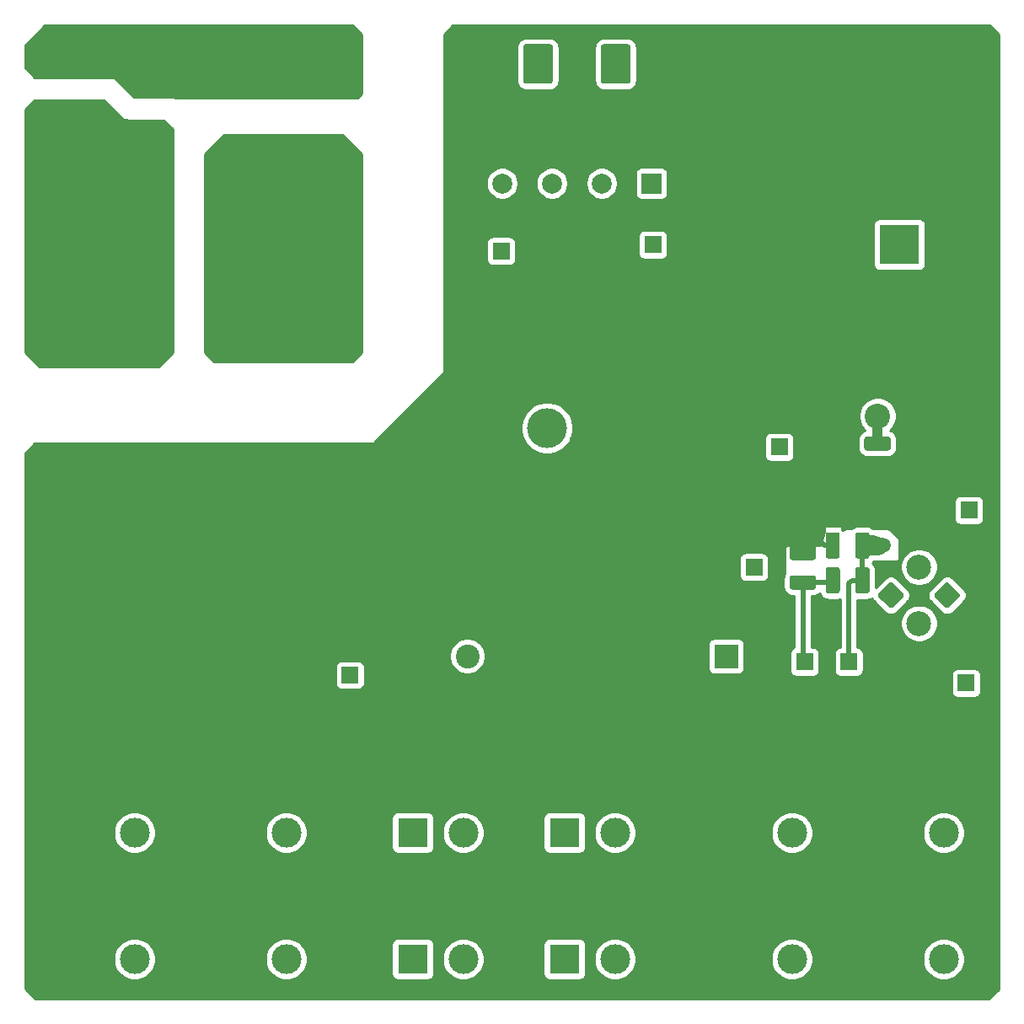
<source format=gbl>
%TF.GenerationSoftware,KiCad,Pcbnew,(5.1.6)-1*%
%TF.CreationDate,2021-04-18T17:59:39-07:00*%
%TF.ProjectId,pwr_supply,7077725f-7375-4707-906c-792e6b696361,rev?*%
%TF.SameCoordinates,Original*%
%TF.FileFunction,Copper,L2,Bot*%
%TF.FilePolarity,Positive*%
%FSLAX46Y46*%
G04 Gerber Fmt 4.6, Leading zero omitted, Abs format (unit mm)*
G04 Created by KiCad (PCBNEW (5.1.6)-1) date 2021-04-18 17:59:39*
%MOMM*%
%LPD*%
G01*
G04 APERTURE LIST*
%TA.AperFunction,ComponentPad*%
%ADD10R,4.000000X4.000000*%
%TD*%
%TA.AperFunction,ComponentPad*%
%ADD11C,4.000000*%
%TD*%
%TA.AperFunction,ComponentPad*%
%ADD12R,2.400000X2.400000*%
%TD*%
%TA.AperFunction,ComponentPad*%
%ADD13C,2.400000*%
%TD*%
%TA.AperFunction,ComponentPad*%
%ADD14C,2.000000*%
%TD*%
%TA.AperFunction,ComponentPad*%
%ADD15R,2.000000X2.000000*%
%TD*%
%TA.AperFunction,ComponentPad*%
%ADD16R,3.350000X2.000000*%
%TD*%
%TA.AperFunction,ComponentPad*%
%ADD17R,3.000000X3.000000*%
%TD*%
%TA.AperFunction,ComponentPad*%
%ADD18C,3.000000*%
%TD*%
%TA.AperFunction,ComponentPad*%
%ADD19C,2.500000*%
%TD*%
%TA.AperFunction,ComponentPad*%
%ADD20C,1.800000*%
%TD*%
%TA.AperFunction,ComponentPad*%
%ADD21R,1.700000X1.700000*%
%TD*%
%TA.AperFunction,ViaPad*%
%ADD22C,1.500000*%
%TD*%
%TA.AperFunction,ViaPad*%
%ADD23C,2.540000*%
%TD*%
%TA.AperFunction,ViaPad*%
%ADD24C,0.800000*%
%TD*%
%TA.AperFunction,Conductor*%
%ADD25C,0.250000*%
%TD*%
%TA.AperFunction,Conductor*%
%ADD26C,0.500000*%
%TD*%
%TA.AperFunction,Conductor*%
%ADD27C,1.000000*%
%TD*%
%TA.AperFunction,Conductor*%
%ADD28C,0.254000*%
%TD*%
G04 APERTURE END LIST*
D10*
%TO.P,C1,1*%
%TO.N,/rect_ac_+*%
X88900000Y76835000D03*
D11*
%TO.P,C1,2*%
%TO.N,GND*%
X78900000Y76835000D03*
%TD*%
%TO.P,C2,2*%
%TO.N,/rect_ac_+*%
%TA.AperFunction,SMDPad,CuDef*%
G36*
G01*
X87775000Y56145000D02*
X85625000Y56145000D01*
G75*
G02*
X85375000Y56395000I0J250000D01*
G01*
X85375000Y57320000D01*
G75*
G02*
X85625000Y57570000I250000J0D01*
G01*
X87775000Y57570000D01*
G75*
G02*
X88025000Y57320000I0J-250000D01*
G01*
X88025000Y56395000D01*
G75*
G02*
X87775000Y56145000I-250000J0D01*
G01*
G37*
%TD.AperFunction*%
%TO.P,C2,1*%
%TO.N,GND*%
%TA.AperFunction,SMDPad,CuDef*%
G36*
G01*
X87775000Y53170000D02*
X85625000Y53170000D01*
G75*
G02*
X85375000Y53420000I0J250000D01*
G01*
X85375000Y54345000D01*
G75*
G02*
X85625000Y54595000I250000J0D01*
G01*
X87775000Y54595000D01*
G75*
G02*
X88025000Y54345000I0J-250000D01*
G01*
X88025000Y53420000D01*
G75*
G02*
X87775000Y53170000I-250000J0D01*
G01*
G37*
%TD.AperFunction*%
%TD*%
%TO.P,C3,1*%
%TO.N,Net-(C3-Pad1)*%
%TA.AperFunction,SMDPad,CuDef*%
G36*
G01*
X80275000Y42182500D02*
X78125000Y42182500D01*
G75*
G02*
X77875000Y42432500I0J250000D01*
G01*
X77875000Y43357500D01*
G75*
G02*
X78125000Y43607500I250000J0D01*
G01*
X80275000Y43607500D01*
G75*
G02*
X80525000Y43357500I0J-250000D01*
G01*
X80525000Y42432500D01*
G75*
G02*
X80275000Y42182500I-250000J0D01*
G01*
G37*
%TD.AperFunction*%
%TO.P,C3,2*%
%TO.N,GND*%
%TA.AperFunction,SMDPad,CuDef*%
G36*
G01*
X80275000Y45157500D02*
X78125000Y45157500D01*
G75*
G02*
X77875000Y45407500I0J250000D01*
G01*
X77875000Y46332500D01*
G75*
G02*
X78125000Y46582500I250000J0D01*
G01*
X80275000Y46582500D01*
G75*
G02*
X80525000Y46332500I0J-250000D01*
G01*
X80525000Y45407500D01*
G75*
G02*
X80275000Y45157500I-250000J0D01*
G01*
G37*
%TD.AperFunction*%
%TD*%
%TO.P,C5,2*%
%TO.N,GND*%
%TA.AperFunction,SMDPad,CuDef*%
G36*
G01*
X82912500Y47695000D02*
X82912500Y45545000D01*
G75*
G02*
X82662500Y45295000I-250000J0D01*
G01*
X81737500Y45295000D01*
G75*
G02*
X81487500Y45545000I0J250000D01*
G01*
X81487500Y47695000D01*
G75*
G02*
X81737500Y47945000I250000J0D01*
G01*
X82662500Y47945000D01*
G75*
G02*
X82912500Y47695000I0J-250000D01*
G01*
G37*
%TD.AperFunction*%
%TO.P,C5,1*%
%TO.N,Net-(C5-Pad1)*%
%TA.AperFunction,SMDPad,CuDef*%
G36*
G01*
X85887500Y47695000D02*
X85887500Y45545000D01*
G75*
G02*
X85637500Y45295000I-250000J0D01*
G01*
X84712500Y45295000D01*
G75*
G02*
X84462500Y45545000I0J250000D01*
G01*
X84462500Y47695000D01*
G75*
G02*
X84712500Y47945000I250000J0D01*
G01*
X85637500Y47945000D01*
G75*
G02*
X85887500Y47695000I0J-250000D01*
G01*
G37*
%TD.AperFunction*%
%TD*%
D12*
%TO.P,C7,1*%
%TO.N,15VDC*%
X71500000Y35500000D03*
D13*
%TO.P,C7,2*%
%TO.N,GND*%
X64000000Y35500000D03*
%TD*%
D14*
%TO.P,D1,4*%
%TO.N,/rect_ac_-*%
X49000000Y83000000D03*
%TO.P,D1,3*%
%TO.N,/lowside_ac_2*%
X54000000Y83000000D03*
%TO.P,D1,2*%
%TO.N,/lowside_ac_1*%
X59000000Y83000000D03*
D15*
%TO.P,D1,1*%
%TO.N,/rect_ac_+*%
X64000000Y83000000D03*
%TD*%
D16*
%TO.P,IC1,9*%
%TO.N,GND*%
X86700000Y51620000D03*
%TD*%
D17*
%TO.P,J1,1*%
%TO.N,Net-(J1-Pad1)*%
X6000000Y95000000D03*
D18*
%TO.P,J1,2*%
%TO.N,Net-(F1-Pad1)*%
X6000000Y89920000D03*
%TD*%
%TO.P,J2,2*%
%TO.N,15VDC*%
X93345000Y5080000D03*
D17*
%TO.P,J2,1*%
%TO.N,GND*%
X88265000Y5080000D03*
%TD*%
%TO.P,J3,1*%
%TO.N,GND*%
X22225000Y17780000D03*
D18*
%TO.P,J3,2*%
%TO.N,-15VDC*%
X27305000Y17780000D03*
%TD*%
%TO.P,J4,2*%
%TO.N,15VDC*%
X45085000Y17780000D03*
D17*
%TO.P,J4,1*%
%TO.N,-15VDC*%
X40005000Y17780000D03*
%TD*%
%TO.P,J5,1*%
%TO.N,GND*%
X88265000Y17780000D03*
D18*
%TO.P,J5,2*%
%TO.N,15VDC*%
X93345000Y17780000D03*
%TD*%
%TO.P,J6,2*%
%TO.N,-15VDC*%
X27305000Y5080000D03*
D17*
%TO.P,J6,1*%
%TO.N,GND*%
X22225000Y5080000D03*
%TD*%
%TO.P,J7,1*%
%TO.N,-15VDC*%
X55245000Y5080000D03*
D18*
%TO.P,J7,2*%
%TO.N,15VDC*%
X60325000Y5080000D03*
%TD*%
D17*
%TO.P,J8,1*%
%TO.N,GND*%
X73025000Y5080000D03*
D18*
%TO.P,J8,2*%
%TO.N,15VDC*%
X78105000Y5080000D03*
%TD*%
%TO.P,J9,2*%
%TO.N,-15VDC*%
X12065000Y5080000D03*
D17*
%TO.P,J9,1*%
%TO.N,GND*%
X6985000Y5080000D03*
%TD*%
%TO.P,J10,1*%
%TO.N,-15VDC*%
X55245000Y17780000D03*
D18*
%TO.P,J10,2*%
%TO.N,15VDC*%
X60325000Y17780000D03*
%TD*%
%TO.P,J11,2*%
%TO.N,15VDC*%
X78105000Y17780000D03*
D17*
%TO.P,J11,1*%
%TO.N,GND*%
X73025000Y17780000D03*
%TD*%
%TO.P,J12,1*%
%TO.N,GND*%
X6985000Y17780000D03*
D18*
%TO.P,J12,2*%
%TO.N,-15VDC*%
X12065000Y17780000D03*
%TD*%
%TO.P,J13,2*%
%TO.N,15VDC*%
X45085000Y5080000D03*
D17*
%TO.P,J13,1*%
%TO.N,-15VDC*%
X40005000Y5080000D03*
%TD*%
D19*
%TO.P,L1,4*%
%TO.N,15VDC*%
X90871573Y38791573D03*
%TO.P,L1,3*%
%TO.N,Net-(C4-Pad1)*%
X90871573Y44448427D03*
%TO.P,L1,2*%
%TO.N,15VDC*%
%TA.AperFunction,ComponentPad*%
G36*
G01*
X88184567Y42892792D02*
X89315938Y41761421D01*
G75*
G02*
X89315938Y41478579I-141421J-141421D01*
G01*
X88184567Y40347208D01*
G75*
G02*
X87901725Y40347208I-141421J141421D01*
G01*
X86770354Y41478579D01*
G75*
G02*
X86770354Y41761421I141421J141421D01*
G01*
X87901725Y42892792D01*
G75*
G02*
X88184567Y42892792I141421J-141421D01*
G01*
G37*
%TD.AperFunction*%
%TO.P,L1,1*%
%TO.N,Net-(C4-Pad1)*%
%TA.AperFunction,ComponentPad*%
G36*
G01*
X93841421Y42892792D02*
X94972792Y41761421D01*
G75*
G02*
X94972792Y41478579I-141421J-141421D01*
G01*
X93841421Y40347208D01*
G75*
G02*
X93558579Y40347208I-141421J141421D01*
G01*
X92427208Y41478579D01*
G75*
G02*
X92427208Y41761421I141421J141421D01*
G01*
X93558579Y42892792D01*
G75*
G02*
X93841421Y42892792I141421J-141421D01*
G01*
G37*
%TD.AperFunction*%
%TD*%
%TO.P,R2,2*%
%TO.N,Net-(C3-Pad1)*%
%TA.AperFunction,SMDPad,CuDef*%
G36*
G01*
X82925000Y44195000D02*
X82925000Y42045000D01*
G75*
G02*
X82675000Y41795000I-250000J0D01*
G01*
X81750000Y41795000D01*
G75*
G02*
X81500000Y42045000I0J250000D01*
G01*
X81500000Y44195000D01*
G75*
G02*
X81750000Y44445000I250000J0D01*
G01*
X82675000Y44445000D01*
G75*
G02*
X82925000Y44195000I0J-250000D01*
G01*
G37*
%TD.AperFunction*%
%TO.P,R2,1*%
%TO.N,Net-(C5-Pad1)*%
%TA.AperFunction,SMDPad,CuDef*%
G36*
G01*
X85900000Y44195000D02*
X85900000Y42045000D01*
G75*
G02*
X85650000Y41795000I-250000J0D01*
G01*
X84725000Y41795000D01*
G75*
G02*
X84475000Y42045000I0J250000D01*
G01*
X84475000Y44195000D01*
G75*
G02*
X84725000Y44445000I250000J0D01*
G01*
X85650000Y44445000D01*
G75*
G02*
X85900000Y44195000I0J-250000D01*
G01*
G37*
%TD.AperFunction*%
%TD*%
D20*
%TO.P,RV1,1*%
%TO.N,Net-(F1-Pad2)*%
X22000000Y86000000D03*
%TO.P,RV1,2*%
%TO.N,Net-(J1-Pad1)*%
X23300000Y93500000D03*
%TD*%
D10*
%TO.P,C8,1*%
%TO.N,GND*%
X63500000Y58420000D03*
D11*
%TO.P,C8,2*%
%TO.N,/rect_ac_-*%
X53500000Y58420000D03*
%TD*%
D12*
%TO.P,C10,1*%
%TO.N,GND*%
X53000000Y35500000D03*
D13*
%TO.P,C10,2*%
%TO.N,-15VDC*%
X45500000Y35500000D03*
%TD*%
D21*
%TO.P,TP1,1*%
%TO.N,/rect_ac_+*%
X64135000Y76835000D03*
%TD*%
%TO.P,TP3,1*%
%TO.N,/rect_ac_-*%
X48895000Y76200000D03*
%TD*%
%TO.P,TP4,1*%
%TO.N,Net-(IC1-Pad4)*%
X76835000Y56515000D03*
%TD*%
%TO.P,TP5,1*%
%TO.N,Net-(C3-Pad1)*%
X79375000Y34925000D03*
%TD*%
%TO.P,TP7,1*%
%TO.N,Net-(C4-Pad1)*%
X95885000Y50165000D03*
%TD*%
%TO.P,TP8,1*%
%TO.N,Net-(C6-Pad2)*%
X74295000Y44450000D03*
%TD*%
%TO.P,TP9,1*%
%TO.N,Net-(C5-Pad1)*%
X83820000Y34925000D03*
%TD*%
%TO.P,T1,1*%
%TO.N,Net-(F1-Pad2)*%
%TA.AperFunction,ComponentPad*%
G36*
G01*
X32700000Y80000000D02*
X29300000Y80000000D01*
G75*
G02*
X29000000Y80300000I0J300000D01*
G01*
X29000000Y82700000D01*
G75*
G02*
X29300000Y83000000I300000J0D01*
G01*
X32700000Y83000000D01*
G75*
G02*
X33000000Y82700000I0J-300000D01*
G01*
X33000000Y80300000D01*
G75*
G02*
X32700000Y80000000I-300000J0D01*
G01*
G37*
%TD.AperFunction*%
%TO.P,T1,2*%
%TO.N,Net-(J1-Pad1)*%
%TA.AperFunction,ComponentPad*%
G36*
G01*
X32700000Y93500000D02*
X29300000Y93500000D01*
G75*
G02*
X29000000Y93800000I0J300000D01*
G01*
X29000000Y96200000D01*
G75*
G02*
X29300000Y96500000I300000J0D01*
G01*
X32700000Y96500000D01*
G75*
G02*
X33000000Y96200000I0J-300000D01*
G01*
X33000000Y93800000D01*
G75*
G02*
X32700000Y93500000I-300000J0D01*
G01*
G37*
%TD.AperFunction*%
%TO.P,T1,3*%
%TO.N,/lowside_ac_2*%
%TA.AperFunction,ComponentPad*%
G36*
G01*
X51100000Y93300000D02*
X51100000Y96700000D01*
G75*
G02*
X51400000Y97000000I300000J0D01*
G01*
X53800000Y97000000D01*
G75*
G02*
X54100000Y96700000I0J-300000D01*
G01*
X54100000Y93300000D01*
G75*
G02*
X53800000Y93000000I-300000J0D01*
G01*
X51400000Y93000000D01*
G75*
G02*
X51100000Y93300000I0J300000D01*
G01*
G37*
%TD.AperFunction*%
%TO.P,T1,4*%
%TO.N,GND*%
%TA.AperFunction,ComponentPad*%
G36*
G01*
X67000000Y93300000D02*
X67000000Y96700000D01*
G75*
G02*
X67300000Y97000000I300000J0D01*
G01*
X69700000Y97000000D01*
G75*
G02*
X70000000Y96700000I0J-300000D01*
G01*
X70000000Y93300000D01*
G75*
G02*
X69700000Y93000000I-300000J0D01*
G01*
X67300000Y93000000D01*
G75*
G02*
X67000000Y93300000I0J300000D01*
G01*
G37*
%TD.AperFunction*%
%TO.P,T1,5*%
%TO.N,/lowside_ac_1*%
%TA.AperFunction,ComponentPad*%
G36*
G01*
X58900000Y93300000D02*
X58900000Y96700000D01*
G75*
G02*
X59200000Y97000000I300000J0D01*
G01*
X61600000Y97000000D01*
G75*
G02*
X61900000Y96700000I0J-300000D01*
G01*
X61900000Y93300000D01*
G75*
G02*
X61600000Y93000000I-300000J0D01*
G01*
X59200000Y93000000D01*
G75*
G02*
X58900000Y93300000I0J300000D01*
G01*
G37*
%TD.AperFunction*%
%TD*%
%TO.P,TP2,1*%
%TO.N,GND*%
X28200000Y33700000D03*
%TD*%
%TO.P,TP6,1*%
%TO.N,-15VDC*%
X33700000Y33600000D03*
%TD*%
%TO.P,TP10,1*%
%TO.N,15VDC*%
X95600000Y32800000D03*
%TD*%
D22*
%TO.N,Net-(C5-Pad1)*%
X87240000Y46630000D03*
D23*
%TO.N,/rect_ac_+*%
X86700000Y59620000D03*
D24*
%TO.N,GND*%
X33600000Y39400000D03*
X28800000Y36900000D03*
X27500000Y36900000D03*
X35600000Y39400000D03*
%TD*%
D25*
%TO.N,Net-(C5-Pad1)*%
X85187500Y46607500D02*
X85175000Y46620000D01*
X85187500Y43370000D02*
X85187500Y46607500D01*
D26*
X83820000Y34925000D02*
X83820000Y42820000D01*
X84120000Y43120000D02*
X85187500Y43120000D01*
X83820000Y42820000D02*
X84120000Y43120000D01*
X85175000Y43132500D02*
X85187500Y43120000D01*
X85175000Y46620000D02*
X85175000Y43132500D01*
X85187500Y43120000D02*
X84380000Y43120000D01*
D27*
%TO.N,/rect_ac_+*%
X86950000Y56870000D02*
X86700000Y57120000D01*
X86700000Y56857500D02*
X86700000Y59620000D01*
D25*
%TO.N,Net-(C3-Pad1)*%
X80975000Y42895000D02*
X79200000Y42895000D01*
D26*
X81987500Y42895000D02*
X82212500Y43120000D01*
X79200000Y42895000D02*
X81987500Y42895000D01*
X79200000Y35100000D02*
X79375000Y34925000D01*
X79200000Y42895000D02*
X79200000Y35100000D01*
%TO.N,GND*%
X81380000Y46620000D02*
X82200000Y46620000D01*
X79500000Y47500000D02*
X80500000Y47500000D01*
X80500000Y47500000D02*
X81380000Y46620000D01*
X79200000Y45870000D02*
X79200000Y47200000D01*
X79200000Y47200000D02*
X79500000Y47500000D01*
%TD*%
D28*
%TO.N,Net-(C5-Pad1)*%
G36*
X87322347Y47274390D02*
G01*
X87313638Y45994271D01*
X86790748Y45835000D01*
X85827000Y45835000D01*
X85827000Y47565000D01*
X86305212Y47565000D01*
X87322347Y47274390D01*
G37*
X87322347Y47274390D02*
X87313638Y45994271D01*
X86790748Y45835000D01*
X85827000Y45835000D01*
X85827000Y47565000D01*
X86305212Y47565000D01*
X87322347Y47274390D01*
%TO.N,Net-(F1-Pad2)*%
G36*
X34873000Y85947394D02*
G01*
X34873000Y66052606D01*
X33947394Y65127000D01*
X20052606Y65127000D01*
X19127000Y66052606D01*
X19127000Y85947394D01*
X21052606Y87873000D01*
X32947394Y87873000D01*
X34873000Y85947394D01*
G37*
X34873000Y85947394D02*
X34873000Y66052606D01*
X33947394Y65127000D01*
X20052606Y65127000D01*
X19127000Y66052606D01*
X19127000Y85947394D01*
X21052606Y87873000D01*
X32947394Y87873000D01*
X34873000Y85947394D01*
%TO.N,Net-(F1-Pad1)*%
G36*
X10910197Y89410197D02*
G01*
X10929443Y89394403D01*
X10951399Y89382667D01*
X10975224Y89375440D01*
X11000000Y89373000D01*
X11235820Y89373000D01*
X11270827Y89366068D01*
X11329317Y89353636D01*
X11338471Y89352674D01*
X11338477Y89352673D01*
X11338482Y89352673D01*
X11433146Y89343391D01*
X11467581Y89340000D01*
X14980394Y89340000D01*
X15873000Y88447394D01*
X15873000Y66052606D01*
X14447394Y64627000D01*
X2552606Y64627000D01*
X1127000Y66052606D01*
X1127000Y90447394D01*
X2019606Y91340000D01*
X8980394Y91340000D01*
X10910197Y89410197D01*
G37*
X10910197Y89410197D02*
X10929443Y89394403D01*
X10951399Y89382667D01*
X10975224Y89375440D01*
X11000000Y89373000D01*
X11235820Y89373000D01*
X11270827Y89366068D01*
X11329317Y89353636D01*
X11338471Y89352674D01*
X11338477Y89352673D01*
X11338482Y89352673D01*
X11433146Y89343391D01*
X11467581Y89340000D01*
X14980394Y89340000D01*
X15873000Y88447394D01*
X15873000Y66052606D01*
X14447394Y64627000D01*
X2552606Y64627000D01*
X1127000Y66052606D01*
X1127000Y90447394D01*
X2019606Y91340000D01*
X8980394Y91340000D01*
X10910197Y89410197D01*
%TO.N,Net-(J1-Pad1)*%
G36*
X33957348Y98863046D02*
G01*
X34863046Y97957348D01*
X34873000Y97933316D01*
X34873000Y92066684D01*
X34863046Y92042652D01*
X34457348Y91636954D01*
X34433316Y91627000D01*
X16223497Y91627000D01*
X16169792Y91638415D01*
X16160750Y91639365D01*
X16160744Y91639366D01*
X16160739Y91639366D01*
X16063621Y91648889D01*
X16063607Y91648889D01*
X16032022Y91652000D01*
X12027606Y91652000D01*
X10119092Y93560514D01*
X10099846Y93576308D01*
X10077890Y93588044D01*
X10007180Y93617333D01*
X9983355Y93624560D01*
X9958579Y93627000D01*
X9723491Y93627000D01*
X9669791Y93638414D01*
X9660749Y93639364D01*
X9660743Y93639365D01*
X9660738Y93639365D01*
X9563620Y93648888D01*
X9563618Y93648888D01*
X9532022Y93652000D01*
X2027606Y93652000D01*
X1136954Y94542652D01*
X1127000Y94566684D01*
X1127000Y96933316D01*
X1136954Y96957348D01*
X3042652Y98863046D01*
X3066684Y98873000D01*
X33933316Y98873000D01*
X33957348Y98863046D01*
G37*
X33957348Y98863046D02*
X34863046Y97957348D01*
X34873000Y97933316D01*
X34873000Y92066684D01*
X34863046Y92042652D01*
X34457348Y91636954D01*
X34433316Y91627000D01*
X16223497Y91627000D01*
X16169792Y91638415D01*
X16160750Y91639365D01*
X16160744Y91639366D01*
X16160739Y91639366D01*
X16063621Y91648889D01*
X16063607Y91648889D01*
X16032022Y91652000D01*
X12027606Y91652000D01*
X10119092Y93560514D01*
X10099846Y93576308D01*
X10077890Y93588044D01*
X10007180Y93617333D01*
X9983355Y93624560D01*
X9958579Y93627000D01*
X9723491Y93627000D01*
X9669791Y93638414D01*
X9660749Y93639364D01*
X9660743Y93639365D01*
X9660738Y93639365D01*
X9563620Y93648888D01*
X9563618Y93648888D01*
X9532022Y93652000D01*
X2027606Y93652000D01*
X1136954Y94542652D01*
X1127000Y94566684D01*
X1127000Y96933316D01*
X1136954Y96957348D01*
X3042652Y98863046D01*
X3066684Y98873000D01*
X33933316Y98873000D01*
X33957348Y98863046D01*
%TO.N,GND*%
G36*
X97957348Y98863046D02*
G01*
X98863046Y97957348D01*
X98873000Y97933316D01*
X98873000Y2066684D01*
X98863046Y2042652D01*
X97957348Y1136954D01*
X97933316Y1127000D01*
X2066684Y1127000D01*
X2042652Y1136954D01*
X1136954Y2042652D01*
X1127000Y2066684D01*
X1127000Y5289491D01*
X9938000Y5289491D01*
X9938000Y4870509D01*
X10019739Y4459577D01*
X10180077Y4072488D01*
X10412851Y3724116D01*
X10709116Y3427851D01*
X11057488Y3195077D01*
X11444577Y3034739D01*
X11855509Y2953000D01*
X12274491Y2953000D01*
X12685423Y3034739D01*
X13072512Y3195077D01*
X13420884Y3427851D01*
X13717149Y3724116D01*
X13949923Y4072488D01*
X14110261Y4459577D01*
X14192000Y4870509D01*
X14192000Y5289491D01*
X25178000Y5289491D01*
X25178000Y4870509D01*
X25259739Y4459577D01*
X25420077Y4072488D01*
X25652851Y3724116D01*
X25949116Y3427851D01*
X26297488Y3195077D01*
X26684577Y3034739D01*
X27095509Y2953000D01*
X27514491Y2953000D01*
X27925423Y3034739D01*
X28312512Y3195077D01*
X28660884Y3427851D01*
X28957149Y3724116D01*
X29189923Y4072488D01*
X29350261Y4459577D01*
X29432000Y4870509D01*
X29432000Y5289491D01*
X29350261Y5700423D01*
X29189923Y6087512D01*
X28957149Y6435884D01*
X28813033Y6580000D01*
X37874967Y6580000D01*
X37874967Y3580000D01*
X37887073Y3457087D01*
X37922925Y3338897D01*
X37981147Y3229972D01*
X38059499Y3134499D01*
X38154972Y3056147D01*
X38263897Y2997925D01*
X38382087Y2962073D01*
X38505000Y2949967D01*
X41505000Y2949967D01*
X41627913Y2962073D01*
X41746103Y2997925D01*
X41855028Y3056147D01*
X41950501Y3134499D01*
X42028853Y3229972D01*
X42087075Y3338897D01*
X42122927Y3457087D01*
X42135033Y3580000D01*
X42135033Y5289491D01*
X42958000Y5289491D01*
X42958000Y4870509D01*
X43039739Y4459577D01*
X43200077Y4072488D01*
X43432851Y3724116D01*
X43729116Y3427851D01*
X44077488Y3195077D01*
X44464577Y3034739D01*
X44875509Y2953000D01*
X45294491Y2953000D01*
X45705423Y3034739D01*
X46092512Y3195077D01*
X46440884Y3427851D01*
X46737149Y3724116D01*
X46969923Y4072488D01*
X47130261Y4459577D01*
X47212000Y4870509D01*
X47212000Y5289491D01*
X47130261Y5700423D01*
X46969923Y6087512D01*
X46737149Y6435884D01*
X46593033Y6580000D01*
X53114967Y6580000D01*
X53114967Y3580000D01*
X53127073Y3457087D01*
X53162925Y3338897D01*
X53221147Y3229972D01*
X53299499Y3134499D01*
X53394972Y3056147D01*
X53503897Y2997925D01*
X53622087Y2962073D01*
X53745000Y2949967D01*
X56745000Y2949967D01*
X56867913Y2962073D01*
X56986103Y2997925D01*
X57095028Y3056147D01*
X57190501Y3134499D01*
X57268853Y3229972D01*
X57327075Y3338897D01*
X57362927Y3457087D01*
X57375033Y3580000D01*
X57375033Y5289491D01*
X58198000Y5289491D01*
X58198000Y4870509D01*
X58279739Y4459577D01*
X58440077Y4072488D01*
X58672851Y3724116D01*
X58969116Y3427851D01*
X59317488Y3195077D01*
X59704577Y3034739D01*
X60115509Y2953000D01*
X60534491Y2953000D01*
X60945423Y3034739D01*
X61332512Y3195077D01*
X61680884Y3427851D01*
X61977149Y3724116D01*
X62209923Y4072488D01*
X62370261Y4459577D01*
X62452000Y4870509D01*
X62452000Y5289491D01*
X75978000Y5289491D01*
X75978000Y4870509D01*
X76059739Y4459577D01*
X76220077Y4072488D01*
X76452851Y3724116D01*
X76749116Y3427851D01*
X77097488Y3195077D01*
X77484577Y3034739D01*
X77895509Y2953000D01*
X78314491Y2953000D01*
X78725423Y3034739D01*
X79112512Y3195077D01*
X79460884Y3427851D01*
X79757149Y3724116D01*
X79989923Y4072488D01*
X80150261Y4459577D01*
X80232000Y4870509D01*
X80232000Y5289491D01*
X91218000Y5289491D01*
X91218000Y4870509D01*
X91299739Y4459577D01*
X91460077Y4072488D01*
X91692851Y3724116D01*
X91989116Y3427851D01*
X92337488Y3195077D01*
X92724577Y3034739D01*
X93135509Y2953000D01*
X93554491Y2953000D01*
X93965423Y3034739D01*
X94352512Y3195077D01*
X94700884Y3427851D01*
X94997149Y3724116D01*
X95229923Y4072488D01*
X95390261Y4459577D01*
X95472000Y4870509D01*
X95472000Y5289491D01*
X95390261Y5700423D01*
X95229923Y6087512D01*
X94997149Y6435884D01*
X94700884Y6732149D01*
X94352512Y6964923D01*
X93965423Y7125261D01*
X93554491Y7207000D01*
X93135509Y7207000D01*
X92724577Y7125261D01*
X92337488Y6964923D01*
X91989116Y6732149D01*
X91692851Y6435884D01*
X91460077Y6087512D01*
X91299739Y5700423D01*
X91218000Y5289491D01*
X80232000Y5289491D01*
X80150261Y5700423D01*
X79989923Y6087512D01*
X79757149Y6435884D01*
X79460884Y6732149D01*
X79112512Y6964923D01*
X78725423Y7125261D01*
X78314491Y7207000D01*
X77895509Y7207000D01*
X77484577Y7125261D01*
X77097488Y6964923D01*
X76749116Y6732149D01*
X76452851Y6435884D01*
X76220077Y6087512D01*
X76059739Y5700423D01*
X75978000Y5289491D01*
X62452000Y5289491D01*
X62370261Y5700423D01*
X62209923Y6087512D01*
X61977149Y6435884D01*
X61680884Y6732149D01*
X61332512Y6964923D01*
X60945423Y7125261D01*
X60534491Y7207000D01*
X60115509Y7207000D01*
X59704577Y7125261D01*
X59317488Y6964923D01*
X58969116Y6732149D01*
X58672851Y6435884D01*
X58440077Y6087512D01*
X58279739Y5700423D01*
X58198000Y5289491D01*
X57375033Y5289491D01*
X57375033Y6580000D01*
X57362927Y6702913D01*
X57327075Y6821103D01*
X57268853Y6930028D01*
X57190501Y7025501D01*
X57095028Y7103853D01*
X56986103Y7162075D01*
X56867913Y7197927D01*
X56745000Y7210033D01*
X53745000Y7210033D01*
X53622087Y7197927D01*
X53503897Y7162075D01*
X53394972Y7103853D01*
X53299499Y7025501D01*
X53221147Y6930028D01*
X53162925Y6821103D01*
X53127073Y6702913D01*
X53114967Y6580000D01*
X46593033Y6580000D01*
X46440884Y6732149D01*
X46092512Y6964923D01*
X45705423Y7125261D01*
X45294491Y7207000D01*
X44875509Y7207000D01*
X44464577Y7125261D01*
X44077488Y6964923D01*
X43729116Y6732149D01*
X43432851Y6435884D01*
X43200077Y6087512D01*
X43039739Y5700423D01*
X42958000Y5289491D01*
X42135033Y5289491D01*
X42135033Y6580000D01*
X42122927Y6702913D01*
X42087075Y6821103D01*
X42028853Y6930028D01*
X41950501Y7025501D01*
X41855028Y7103853D01*
X41746103Y7162075D01*
X41627913Y7197927D01*
X41505000Y7210033D01*
X38505000Y7210033D01*
X38382087Y7197927D01*
X38263897Y7162075D01*
X38154972Y7103853D01*
X38059499Y7025501D01*
X37981147Y6930028D01*
X37922925Y6821103D01*
X37887073Y6702913D01*
X37874967Y6580000D01*
X28813033Y6580000D01*
X28660884Y6732149D01*
X28312512Y6964923D01*
X27925423Y7125261D01*
X27514491Y7207000D01*
X27095509Y7207000D01*
X26684577Y7125261D01*
X26297488Y6964923D01*
X25949116Y6732149D01*
X25652851Y6435884D01*
X25420077Y6087512D01*
X25259739Y5700423D01*
X25178000Y5289491D01*
X14192000Y5289491D01*
X14110261Y5700423D01*
X13949923Y6087512D01*
X13717149Y6435884D01*
X13420884Y6732149D01*
X13072512Y6964923D01*
X12685423Y7125261D01*
X12274491Y7207000D01*
X11855509Y7207000D01*
X11444577Y7125261D01*
X11057488Y6964923D01*
X10709116Y6732149D01*
X10412851Y6435884D01*
X10180077Y6087512D01*
X10019739Y5700423D01*
X9938000Y5289491D01*
X1127000Y5289491D01*
X1127000Y17989491D01*
X9938000Y17989491D01*
X9938000Y17570509D01*
X10019739Y17159577D01*
X10180077Y16772488D01*
X10412851Y16424116D01*
X10709116Y16127851D01*
X11057488Y15895077D01*
X11444577Y15734739D01*
X11855509Y15653000D01*
X12274491Y15653000D01*
X12685423Y15734739D01*
X13072512Y15895077D01*
X13420884Y16127851D01*
X13717149Y16424116D01*
X13949923Y16772488D01*
X14110261Y17159577D01*
X14192000Y17570509D01*
X14192000Y17989491D01*
X25178000Y17989491D01*
X25178000Y17570509D01*
X25259739Y17159577D01*
X25420077Y16772488D01*
X25652851Y16424116D01*
X25949116Y16127851D01*
X26297488Y15895077D01*
X26684577Y15734739D01*
X27095509Y15653000D01*
X27514491Y15653000D01*
X27925423Y15734739D01*
X28312512Y15895077D01*
X28660884Y16127851D01*
X28957149Y16424116D01*
X29189923Y16772488D01*
X29350261Y17159577D01*
X29432000Y17570509D01*
X29432000Y17989491D01*
X29350261Y18400423D01*
X29189923Y18787512D01*
X28957149Y19135884D01*
X28813033Y19280000D01*
X37874967Y19280000D01*
X37874967Y16280000D01*
X37887073Y16157087D01*
X37922925Y16038897D01*
X37981147Y15929972D01*
X38059499Y15834499D01*
X38154972Y15756147D01*
X38263897Y15697925D01*
X38382087Y15662073D01*
X38505000Y15649967D01*
X41505000Y15649967D01*
X41627913Y15662073D01*
X41746103Y15697925D01*
X41855028Y15756147D01*
X41950501Y15834499D01*
X42028853Y15929972D01*
X42087075Y16038897D01*
X42122927Y16157087D01*
X42135033Y16280000D01*
X42135033Y17989491D01*
X42958000Y17989491D01*
X42958000Y17570509D01*
X43039739Y17159577D01*
X43200077Y16772488D01*
X43432851Y16424116D01*
X43729116Y16127851D01*
X44077488Y15895077D01*
X44464577Y15734739D01*
X44875509Y15653000D01*
X45294491Y15653000D01*
X45705423Y15734739D01*
X46092512Y15895077D01*
X46440884Y16127851D01*
X46737149Y16424116D01*
X46969923Y16772488D01*
X47130261Y17159577D01*
X47212000Y17570509D01*
X47212000Y17989491D01*
X47130261Y18400423D01*
X46969923Y18787512D01*
X46737149Y19135884D01*
X46593033Y19280000D01*
X53114967Y19280000D01*
X53114967Y16280000D01*
X53127073Y16157087D01*
X53162925Y16038897D01*
X53221147Y15929972D01*
X53299499Y15834499D01*
X53394972Y15756147D01*
X53503897Y15697925D01*
X53622087Y15662073D01*
X53745000Y15649967D01*
X56745000Y15649967D01*
X56867913Y15662073D01*
X56986103Y15697925D01*
X57095028Y15756147D01*
X57190501Y15834499D01*
X57268853Y15929972D01*
X57327075Y16038897D01*
X57362927Y16157087D01*
X57375033Y16280000D01*
X57375033Y17989491D01*
X58198000Y17989491D01*
X58198000Y17570509D01*
X58279739Y17159577D01*
X58440077Y16772488D01*
X58672851Y16424116D01*
X58969116Y16127851D01*
X59317488Y15895077D01*
X59704577Y15734739D01*
X60115509Y15653000D01*
X60534491Y15653000D01*
X60945423Y15734739D01*
X61332512Y15895077D01*
X61680884Y16127851D01*
X61977149Y16424116D01*
X62209923Y16772488D01*
X62370261Y17159577D01*
X62452000Y17570509D01*
X62452000Y17989491D01*
X75978000Y17989491D01*
X75978000Y17570509D01*
X76059739Y17159577D01*
X76220077Y16772488D01*
X76452851Y16424116D01*
X76749116Y16127851D01*
X77097488Y15895077D01*
X77484577Y15734739D01*
X77895509Y15653000D01*
X78314491Y15653000D01*
X78725423Y15734739D01*
X79112512Y15895077D01*
X79460884Y16127851D01*
X79757149Y16424116D01*
X79989923Y16772488D01*
X80150261Y17159577D01*
X80232000Y17570509D01*
X80232000Y17989491D01*
X91218000Y17989491D01*
X91218000Y17570509D01*
X91299739Y17159577D01*
X91460077Y16772488D01*
X91692851Y16424116D01*
X91989116Y16127851D01*
X92337488Y15895077D01*
X92724577Y15734739D01*
X93135509Y15653000D01*
X93554491Y15653000D01*
X93965423Y15734739D01*
X94352512Y15895077D01*
X94700884Y16127851D01*
X94997149Y16424116D01*
X95229923Y16772488D01*
X95390261Y17159577D01*
X95472000Y17570509D01*
X95472000Y17989491D01*
X95390261Y18400423D01*
X95229923Y18787512D01*
X94997149Y19135884D01*
X94700884Y19432149D01*
X94352512Y19664923D01*
X93965423Y19825261D01*
X93554491Y19907000D01*
X93135509Y19907000D01*
X92724577Y19825261D01*
X92337488Y19664923D01*
X91989116Y19432149D01*
X91692851Y19135884D01*
X91460077Y18787512D01*
X91299739Y18400423D01*
X91218000Y17989491D01*
X80232000Y17989491D01*
X80150261Y18400423D01*
X79989923Y18787512D01*
X79757149Y19135884D01*
X79460884Y19432149D01*
X79112512Y19664923D01*
X78725423Y19825261D01*
X78314491Y19907000D01*
X77895509Y19907000D01*
X77484577Y19825261D01*
X77097488Y19664923D01*
X76749116Y19432149D01*
X76452851Y19135884D01*
X76220077Y18787512D01*
X76059739Y18400423D01*
X75978000Y17989491D01*
X62452000Y17989491D01*
X62370261Y18400423D01*
X62209923Y18787512D01*
X61977149Y19135884D01*
X61680884Y19432149D01*
X61332512Y19664923D01*
X60945423Y19825261D01*
X60534491Y19907000D01*
X60115509Y19907000D01*
X59704577Y19825261D01*
X59317488Y19664923D01*
X58969116Y19432149D01*
X58672851Y19135884D01*
X58440077Y18787512D01*
X58279739Y18400423D01*
X58198000Y17989491D01*
X57375033Y17989491D01*
X57375033Y19280000D01*
X57362927Y19402913D01*
X57327075Y19521103D01*
X57268853Y19630028D01*
X57190501Y19725501D01*
X57095028Y19803853D01*
X56986103Y19862075D01*
X56867913Y19897927D01*
X56745000Y19910033D01*
X53745000Y19910033D01*
X53622087Y19897927D01*
X53503897Y19862075D01*
X53394972Y19803853D01*
X53299499Y19725501D01*
X53221147Y19630028D01*
X53162925Y19521103D01*
X53127073Y19402913D01*
X53114967Y19280000D01*
X46593033Y19280000D01*
X46440884Y19432149D01*
X46092512Y19664923D01*
X45705423Y19825261D01*
X45294491Y19907000D01*
X44875509Y19907000D01*
X44464577Y19825261D01*
X44077488Y19664923D01*
X43729116Y19432149D01*
X43432851Y19135884D01*
X43200077Y18787512D01*
X43039739Y18400423D01*
X42958000Y17989491D01*
X42135033Y17989491D01*
X42135033Y19280000D01*
X42122927Y19402913D01*
X42087075Y19521103D01*
X42028853Y19630028D01*
X41950501Y19725501D01*
X41855028Y19803853D01*
X41746103Y19862075D01*
X41627913Y19897927D01*
X41505000Y19910033D01*
X38505000Y19910033D01*
X38382087Y19897927D01*
X38263897Y19862075D01*
X38154972Y19803853D01*
X38059499Y19725501D01*
X37981147Y19630028D01*
X37922925Y19521103D01*
X37887073Y19402913D01*
X37874967Y19280000D01*
X28813033Y19280000D01*
X28660884Y19432149D01*
X28312512Y19664923D01*
X27925423Y19825261D01*
X27514491Y19907000D01*
X27095509Y19907000D01*
X26684577Y19825261D01*
X26297488Y19664923D01*
X25949116Y19432149D01*
X25652851Y19135884D01*
X25420077Y18787512D01*
X25259739Y18400423D01*
X25178000Y17989491D01*
X14192000Y17989491D01*
X14110261Y18400423D01*
X13949923Y18787512D01*
X13717149Y19135884D01*
X13420884Y19432149D01*
X13072512Y19664923D01*
X12685423Y19825261D01*
X12274491Y19907000D01*
X11855509Y19907000D01*
X11444577Y19825261D01*
X11057488Y19664923D01*
X10709116Y19432149D01*
X10412851Y19135884D01*
X10180077Y18787512D01*
X10019739Y18400423D01*
X9938000Y17989491D01*
X1127000Y17989491D01*
X1127000Y34450000D01*
X32219967Y34450000D01*
X32219967Y32750000D01*
X32232073Y32627087D01*
X32267925Y32508897D01*
X32326147Y32399972D01*
X32404499Y32304499D01*
X32499972Y32226147D01*
X32608897Y32167925D01*
X32727087Y32132073D01*
X32850000Y32119967D01*
X34550000Y32119967D01*
X34672913Y32132073D01*
X34791103Y32167925D01*
X34900028Y32226147D01*
X34995501Y32304499D01*
X35073853Y32399972D01*
X35132075Y32508897D01*
X35167927Y32627087D01*
X35180033Y32750000D01*
X35180033Y34450000D01*
X35167927Y34572913D01*
X35132075Y34691103D01*
X35073853Y34800028D01*
X34995501Y34895501D01*
X34900028Y34973853D01*
X34791103Y35032075D01*
X34672913Y35067927D01*
X34550000Y35080033D01*
X32850000Y35080033D01*
X32727087Y35067927D01*
X32608897Y35032075D01*
X32499972Y34973853D01*
X32404499Y34895501D01*
X32326147Y34800028D01*
X32267925Y34691103D01*
X32232073Y34572913D01*
X32219967Y34450000D01*
X1127000Y34450000D01*
X1127000Y35679944D01*
X43673000Y35679944D01*
X43673000Y35320056D01*
X43743211Y34967084D01*
X43880934Y34634591D01*
X44080876Y34335355D01*
X44335355Y34080876D01*
X44634591Y33880934D01*
X44967084Y33743211D01*
X45320056Y33673000D01*
X45679944Y33673000D01*
X46032916Y33743211D01*
X46365409Y33880934D01*
X46664645Y34080876D01*
X46919124Y34335355D01*
X47119066Y34634591D01*
X47256789Y34967084D01*
X47327000Y35320056D01*
X47327000Y35679944D01*
X47256789Y36032916D01*
X47119066Y36365409D01*
X46919124Y36664645D01*
X46883769Y36700000D01*
X69669967Y36700000D01*
X69669967Y34300000D01*
X69682073Y34177087D01*
X69717925Y34058897D01*
X69776147Y33949972D01*
X69854499Y33854499D01*
X69949972Y33776147D01*
X70058897Y33717925D01*
X70177087Y33682073D01*
X70300000Y33669967D01*
X72700000Y33669967D01*
X72822913Y33682073D01*
X72941103Y33717925D01*
X73050028Y33776147D01*
X73145501Y33854499D01*
X73223853Y33949972D01*
X73282075Y34058897D01*
X73317927Y34177087D01*
X73330033Y34300000D01*
X73330033Y36700000D01*
X73317927Y36822913D01*
X73282075Y36941103D01*
X73223853Y37050028D01*
X73145501Y37145501D01*
X73050028Y37223853D01*
X72941103Y37282075D01*
X72822913Y37317927D01*
X72700000Y37330033D01*
X70300000Y37330033D01*
X70177087Y37317927D01*
X70058897Y37282075D01*
X69949972Y37223853D01*
X69854499Y37145501D01*
X69776147Y37050028D01*
X69717925Y36941103D01*
X69682073Y36822913D01*
X69669967Y36700000D01*
X46883769Y36700000D01*
X46664645Y36919124D01*
X46365409Y37119066D01*
X46032916Y37256789D01*
X45679944Y37327000D01*
X45320056Y37327000D01*
X44967084Y37256789D01*
X44634591Y37119066D01*
X44335355Y36919124D01*
X44080876Y36664645D01*
X43880934Y36365409D01*
X43743211Y36032916D01*
X43673000Y35679944D01*
X1127000Y35679944D01*
X1127000Y45300000D01*
X72814967Y45300000D01*
X72814967Y43600000D01*
X72827073Y43477087D01*
X72862925Y43358897D01*
X72921147Y43249972D01*
X72999499Y43154499D01*
X73094972Y43076147D01*
X73203897Y43017925D01*
X73322087Y42982073D01*
X73445000Y42969967D01*
X75145000Y42969967D01*
X75267913Y42982073D01*
X75386103Y43017925D01*
X75495028Y43076147D01*
X75590501Y43154499D01*
X75668853Y43249972D01*
X75726328Y43357500D01*
X77244967Y43357500D01*
X77244967Y42432500D01*
X77261877Y42260814D01*
X77311956Y42095726D01*
X77393279Y41943580D01*
X77502723Y41810223D01*
X77636080Y41700779D01*
X77788226Y41619456D01*
X77953314Y41569377D01*
X78125000Y41552467D01*
X78323000Y41552467D01*
X78323001Y36368937D01*
X78283897Y36357075D01*
X78174972Y36298853D01*
X78079499Y36220501D01*
X78001147Y36125028D01*
X77942925Y36016103D01*
X77907073Y35897913D01*
X77894967Y35775000D01*
X77894967Y34075000D01*
X77907073Y33952087D01*
X77942925Y33833897D01*
X78001147Y33724972D01*
X78079499Y33629499D01*
X78174972Y33551147D01*
X78283897Y33492925D01*
X78402087Y33457073D01*
X78525000Y33444967D01*
X80225000Y33444967D01*
X80347913Y33457073D01*
X80466103Y33492925D01*
X80575028Y33551147D01*
X80670501Y33629499D01*
X80748853Y33724972D01*
X80807075Y33833897D01*
X80842927Y33952087D01*
X80855033Y34075000D01*
X80855033Y35775000D01*
X80842927Y35897913D01*
X80807075Y36016103D01*
X80748853Y36125028D01*
X80670501Y36220501D01*
X80575028Y36298853D01*
X80466103Y36357075D01*
X80347913Y36392927D01*
X80225000Y36405033D01*
X80077000Y36405033D01*
X80077000Y41552467D01*
X80275000Y41552467D01*
X80446686Y41569377D01*
X80611774Y41619456D01*
X80763920Y41700779D01*
X80897277Y41810223D01*
X80903657Y41817997D01*
X80936956Y41708226D01*
X81018279Y41556080D01*
X81127723Y41422723D01*
X81261080Y41313279D01*
X81413226Y41231956D01*
X81578314Y41181877D01*
X81750000Y41164967D01*
X82675000Y41164967D01*
X82846686Y41181877D01*
X82943001Y41211094D01*
X82943000Y36402374D01*
X82847087Y36392927D01*
X82728897Y36357075D01*
X82619972Y36298853D01*
X82524499Y36220501D01*
X82446147Y36125028D01*
X82387925Y36016103D01*
X82352073Y35897913D01*
X82339967Y35775000D01*
X82339967Y34075000D01*
X82352073Y33952087D01*
X82387925Y33833897D01*
X82446147Y33724972D01*
X82524499Y33629499D01*
X82619972Y33551147D01*
X82728897Y33492925D01*
X82847087Y33457073D01*
X82970000Y33444967D01*
X84670000Y33444967D01*
X84792913Y33457073D01*
X84911103Y33492925D01*
X85020028Y33551147D01*
X85115501Y33629499D01*
X85132325Y33650000D01*
X94119967Y33650000D01*
X94119967Y31950000D01*
X94132073Y31827087D01*
X94167925Y31708897D01*
X94226147Y31599972D01*
X94304499Y31504499D01*
X94399972Y31426147D01*
X94508897Y31367925D01*
X94627087Y31332073D01*
X94750000Y31319967D01*
X96450000Y31319967D01*
X96572913Y31332073D01*
X96691103Y31367925D01*
X96800028Y31426147D01*
X96895501Y31504499D01*
X96973853Y31599972D01*
X97032075Y31708897D01*
X97067927Y31827087D01*
X97080033Y31950000D01*
X97080033Y33650000D01*
X97067927Y33772913D01*
X97032075Y33891103D01*
X96973853Y34000028D01*
X96895501Y34095501D01*
X96800028Y34173853D01*
X96691103Y34232075D01*
X96572913Y34267927D01*
X96450000Y34280033D01*
X94750000Y34280033D01*
X94627087Y34267927D01*
X94508897Y34232075D01*
X94399972Y34173853D01*
X94304499Y34095501D01*
X94226147Y34000028D01*
X94167925Y33891103D01*
X94132073Y33772913D01*
X94119967Y33650000D01*
X85132325Y33650000D01*
X85193853Y33724972D01*
X85252075Y33833897D01*
X85287927Y33952087D01*
X85300033Y34075000D01*
X85300033Y35775000D01*
X85287927Y35897913D01*
X85252075Y36016103D01*
X85193853Y36125028D01*
X85115501Y36220501D01*
X85020028Y36298853D01*
X84911103Y36357075D01*
X84792913Y36392927D01*
X84697000Y36402374D01*
X84697000Y38976441D01*
X88994573Y38976441D01*
X88994573Y38606705D01*
X89066705Y38244072D01*
X89208197Y37902480D01*
X89413612Y37595055D01*
X89675055Y37333612D01*
X89982480Y37128197D01*
X90324072Y36986705D01*
X90686705Y36914573D01*
X91056441Y36914573D01*
X91419074Y36986705D01*
X91760666Y37128197D01*
X92068091Y37333612D01*
X92329534Y37595055D01*
X92534949Y37902480D01*
X92676441Y38244072D01*
X92748573Y38606705D01*
X92748573Y38976441D01*
X92676441Y39339074D01*
X92534949Y39680666D01*
X92329534Y39988091D01*
X92068091Y40249534D01*
X91760666Y40454949D01*
X91419074Y40596441D01*
X91056441Y40668573D01*
X90686705Y40668573D01*
X90324072Y40596441D01*
X89982480Y40454949D01*
X89675055Y40249534D01*
X89413612Y39988091D01*
X89208197Y39680666D01*
X89066705Y39339074D01*
X88994573Y38976441D01*
X84697000Y38976441D01*
X84697000Y41167725D01*
X84725000Y41164967D01*
X85650000Y41164967D01*
X85821686Y41181877D01*
X85986774Y41231956D01*
X86138920Y41313279D01*
X86141075Y41315048D01*
X86144924Y41302360D01*
X86221628Y41158858D01*
X86324853Y41033078D01*
X87456224Y39901707D01*
X87582004Y39798482D01*
X87725506Y39721778D01*
X87881215Y39674545D01*
X88043146Y39658596D01*
X88205077Y39674545D01*
X88360786Y39721778D01*
X88504288Y39798482D01*
X88630068Y39901707D01*
X89761439Y41033078D01*
X89864664Y41158858D01*
X89941368Y41302360D01*
X89988601Y41458069D01*
X90004550Y41620000D01*
X91738596Y41620000D01*
X91754545Y41458069D01*
X91801778Y41302360D01*
X91878482Y41158858D01*
X91981707Y41033078D01*
X93113078Y39901707D01*
X93238858Y39798482D01*
X93382360Y39721778D01*
X93538069Y39674545D01*
X93700000Y39658596D01*
X93861931Y39674545D01*
X94017640Y39721778D01*
X94161142Y39798482D01*
X94286922Y39901707D01*
X95418293Y41033078D01*
X95521518Y41158858D01*
X95598222Y41302360D01*
X95645455Y41458069D01*
X95661404Y41620000D01*
X95645455Y41781931D01*
X95598222Y41937640D01*
X95521518Y42081142D01*
X95418293Y42206922D01*
X94286922Y43338293D01*
X94161142Y43441518D01*
X94017640Y43518222D01*
X93861931Y43565455D01*
X93700000Y43581404D01*
X93538069Y43565455D01*
X93382360Y43518222D01*
X93238858Y43441518D01*
X93113078Y43338293D01*
X91981707Y42206922D01*
X91878482Y42081142D01*
X91801778Y41937640D01*
X91754545Y41781931D01*
X91738596Y41620000D01*
X90004550Y41620000D01*
X89988601Y41781931D01*
X89941368Y41937640D01*
X89864664Y42081142D01*
X89761439Y42206922D01*
X88630068Y43338293D01*
X88504288Y43441518D01*
X88360786Y43518222D01*
X88205077Y43565455D01*
X88043146Y43581404D01*
X87881215Y43565455D01*
X87725506Y43518222D01*
X87582004Y43441518D01*
X87456224Y43338293D01*
X86530033Y42412102D01*
X86530033Y44195000D01*
X86513123Y44366686D01*
X86463044Y44531774D01*
X86408781Y44633295D01*
X88994573Y44633295D01*
X88994573Y44263559D01*
X89066705Y43900926D01*
X89208197Y43559334D01*
X89413612Y43251909D01*
X89675055Y42990466D01*
X89982480Y42785051D01*
X90324072Y42643559D01*
X90686705Y42571427D01*
X91056441Y42571427D01*
X91419074Y42643559D01*
X91760666Y42785051D01*
X92068091Y42990466D01*
X92329534Y43251909D01*
X92534949Y43559334D01*
X92676441Y43900926D01*
X92748573Y44263559D01*
X92748573Y44633295D01*
X92676441Y44995928D01*
X92534949Y45337520D01*
X92329534Y45644945D01*
X92068091Y45906388D01*
X91760666Y46111803D01*
X91419074Y46253295D01*
X91056441Y46325427D01*
X90686705Y46325427D01*
X90324072Y46253295D01*
X89982480Y46111803D01*
X89675055Y45906388D01*
X89413612Y45644945D01*
X89208197Y45337520D01*
X89066705Y44995928D01*
X88994573Y44633295D01*
X86408781Y44633295D01*
X86381721Y44683920D01*
X86272277Y44817277D01*
X86201784Y44875129D01*
X86259777Y44922723D01*
X86369221Y45056080D01*
X86378265Y45073000D01*
X88700000Y45073000D01*
X88724776Y45075440D01*
X88748600Y45082667D01*
X88819311Y45111956D01*
X88841268Y45123692D01*
X88860513Y45139486D01*
X88876307Y45158731D01*
X88888044Y45180689D01*
X88917333Y45251400D01*
X88924560Y45275224D01*
X88927000Y45300000D01*
X88927000Y47158579D01*
X88924560Y47183355D01*
X88917333Y47207180D01*
X88888044Y47277890D01*
X88876308Y47299846D01*
X88860514Y47319092D01*
X87919092Y48260514D01*
X87899846Y48276308D01*
X87877890Y48288044D01*
X87807180Y48317333D01*
X87783355Y48324560D01*
X87758579Y48327000D01*
X86247930Y48327000D01*
X86126420Y48426721D01*
X85974274Y48508044D01*
X85809186Y48558123D01*
X85637500Y48575033D01*
X84712500Y48575033D01*
X84540814Y48558123D01*
X84375726Y48508044D01*
X84223580Y48426721D01*
X84102070Y48327000D01*
X83500000Y48327000D01*
X83475224Y48324560D01*
X83451400Y48317333D01*
X83380689Y48288044D01*
X83358732Y48276308D01*
X83339487Y48260514D01*
X83323693Y48241269D01*
X83311956Y48219311D01*
X83273720Y48127000D01*
X83127000Y48127000D01*
X83127000Y48400000D01*
X83124560Y48424776D01*
X83117333Y48448600D01*
X83088044Y48519311D01*
X83076308Y48541268D01*
X83060514Y48560513D01*
X83041269Y48576307D01*
X83019311Y48588044D01*
X82948600Y48617333D01*
X82924776Y48624560D01*
X82900000Y48627000D01*
X81600000Y48627000D01*
X81575224Y48624560D01*
X81551400Y48617333D01*
X81480689Y48588044D01*
X81458732Y48576308D01*
X81439487Y48560514D01*
X81423693Y48541269D01*
X81411956Y48519311D01*
X81382667Y48448600D01*
X81375440Y48424776D01*
X81373000Y48400000D01*
X81373000Y48026466D01*
X81371148Y48015055D01*
X80908630Y46627502D01*
X80908363Y46627139D01*
X80907934Y46627000D01*
X77600000Y46627000D01*
X77575224Y46624560D01*
X77551400Y46617333D01*
X77480689Y46588044D01*
X77458732Y46576308D01*
X77439487Y46560514D01*
X77423693Y46541269D01*
X77411956Y46519311D01*
X77382667Y46448600D01*
X77375440Y46424776D01*
X77373000Y46400000D01*
X77373000Y43808480D01*
X77311956Y43694274D01*
X77261877Y43529186D01*
X77244967Y43357500D01*
X75726328Y43357500D01*
X75727075Y43358897D01*
X75762927Y43477087D01*
X75775033Y43600000D01*
X75775033Y45300000D01*
X75762927Y45422913D01*
X75727075Y45541103D01*
X75668853Y45650028D01*
X75590501Y45745501D01*
X75495028Y45823853D01*
X75386103Y45882075D01*
X75267913Y45917927D01*
X75145000Y45930033D01*
X73445000Y45930033D01*
X73322087Y45917927D01*
X73203897Y45882075D01*
X73094972Y45823853D01*
X72999499Y45745501D01*
X72921147Y45650028D01*
X72862925Y45541103D01*
X72827073Y45422913D01*
X72814967Y45300000D01*
X1127000Y45300000D01*
X1127000Y51015000D01*
X94404967Y51015000D01*
X94404967Y49315000D01*
X94417073Y49192087D01*
X94452925Y49073897D01*
X94511147Y48964972D01*
X94589499Y48869499D01*
X94684972Y48791147D01*
X94793897Y48732925D01*
X94912087Y48697073D01*
X95035000Y48684967D01*
X96735000Y48684967D01*
X96857913Y48697073D01*
X96976103Y48732925D01*
X97085028Y48791147D01*
X97180501Y48869499D01*
X97258853Y48964972D01*
X97317075Y49073897D01*
X97352927Y49192087D01*
X97365033Y49315000D01*
X97365033Y51015000D01*
X97352927Y51137913D01*
X97317075Y51256103D01*
X97258853Y51365028D01*
X97180501Y51460501D01*
X97085028Y51538853D01*
X96976103Y51597075D01*
X96857913Y51632927D01*
X96735000Y51645033D01*
X95035000Y51645033D01*
X94912087Y51632927D01*
X94793897Y51597075D01*
X94684972Y51538853D01*
X94589499Y51460501D01*
X94511147Y51365028D01*
X94452925Y51256103D01*
X94417073Y51137913D01*
X94404967Y51015000D01*
X1127000Y51015000D01*
X1127000Y55933316D01*
X1136954Y55957348D01*
X2042652Y56863046D01*
X2066684Y56873000D01*
X35958579Y56873000D01*
X35983355Y56875440D01*
X36007180Y56882667D01*
X36077890Y56911956D01*
X36099846Y56923692D01*
X36119092Y56939486D01*
X37858343Y58678737D01*
X50873000Y58678737D01*
X50873000Y58161263D01*
X50973954Y57653732D01*
X51171983Y57175649D01*
X51459476Y56745385D01*
X51825385Y56379476D01*
X52255649Y56091983D01*
X52733732Y55893954D01*
X53241263Y55793000D01*
X53758737Y55793000D01*
X54266268Y55893954D01*
X54744351Y56091983D01*
X55174615Y56379476D01*
X55540524Y56745385D01*
X55828017Y57175649D01*
X55906448Y57365000D01*
X75354967Y57365000D01*
X75354967Y55665000D01*
X75367073Y55542087D01*
X75402925Y55423897D01*
X75461147Y55314972D01*
X75539499Y55219499D01*
X75634972Y55141147D01*
X75743897Y55082925D01*
X75862087Y55047073D01*
X75985000Y55034967D01*
X77685000Y55034967D01*
X77807913Y55047073D01*
X77926103Y55082925D01*
X78035028Y55141147D01*
X78130501Y55219499D01*
X78208853Y55314972D01*
X78267075Y55423897D01*
X78302927Y55542087D01*
X78315033Y55665000D01*
X78315033Y57320000D01*
X84744967Y57320000D01*
X84744967Y56395000D01*
X84761877Y56223314D01*
X84811956Y56058226D01*
X84893279Y55906080D01*
X85002723Y55772723D01*
X85136080Y55663279D01*
X85288226Y55581956D01*
X85453314Y55531877D01*
X85625000Y55514967D01*
X87775000Y55514967D01*
X87946686Y55531877D01*
X88111774Y55581956D01*
X88263920Y55663279D01*
X88397277Y55772723D01*
X88506721Y55906080D01*
X88588044Y56058226D01*
X88638123Y56223314D01*
X88655033Y56395000D01*
X88655033Y57320000D01*
X88638123Y57491686D01*
X88588044Y57656774D01*
X88506721Y57808920D01*
X88397277Y57942277D01*
X88263920Y58051721D01*
X88111774Y58133044D01*
X87946686Y58183123D01*
X87945958Y58183195D01*
X88173496Y58410733D01*
X88381100Y58721433D01*
X88524100Y59066665D01*
X88597000Y59433162D01*
X88597000Y59806838D01*
X88524100Y60173335D01*
X88381100Y60518567D01*
X88173496Y60829267D01*
X87909267Y61093496D01*
X87598567Y61301100D01*
X87253335Y61444100D01*
X86886838Y61517000D01*
X86513162Y61517000D01*
X86146665Y61444100D01*
X85801433Y61301100D01*
X85490733Y61093496D01*
X85226504Y60829267D01*
X85018900Y60518567D01*
X84875900Y60173335D01*
X84803000Y59806838D01*
X84803000Y59433162D01*
X84875900Y59066665D01*
X85018900Y58721433D01*
X85226504Y58410733D01*
X85454042Y58183195D01*
X85453314Y58183123D01*
X85288226Y58133044D01*
X85136080Y58051721D01*
X85002723Y57942277D01*
X84893279Y57808920D01*
X84811956Y57656774D01*
X84761877Y57491686D01*
X84744967Y57320000D01*
X78315033Y57320000D01*
X78315033Y57365000D01*
X78302927Y57487913D01*
X78267075Y57606103D01*
X78208853Y57715028D01*
X78130501Y57810501D01*
X78035028Y57888853D01*
X77926103Y57947075D01*
X77807913Y57982927D01*
X77685000Y57995033D01*
X75985000Y57995033D01*
X75862087Y57982927D01*
X75743897Y57947075D01*
X75634972Y57888853D01*
X75539499Y57810501D01*
X75461147Y57715028D01*
X75402925Y57606103D01*
X75367073Y57487913D01*
X75354967Y57365000D01*
X55906448Y57365000D01*
X56026046Y57653732D01*
X56127000Y58161263D01*
X56127000Y58678737D01*
X56026046Y59186268D01*
X55828017Y59664351D01*
X55540524Y60094615D01*
X55174615Y60460524D01*
X54744351Y60748017D01*
X54266268Y60946046D01*
X53758737Y61047000D01*
X53241263Y61047000D01*
X52733732Y60946046D01*
X52255649Y60748017D01*
X51825385Y60460524D01*
X51459476Y60094615D01*
X51171983Y59664351D01*
X50973954Y59186268D01*
X50873000Y58678737D01*
X37858343Y58678737D01*
X43060514Y63880908D01*
X43076308Y63900154D01*
X43088044Y63922110D01*
X43117333Y63992820D01*
X43124560Y64016645D01*
X43127000Y64041421D01*
X43127000Y77050000D01*
X47414967Y77050000D01*
X47414967Y75350000D01*
X47427073Y75227087D01*
X47462925Y75108897D01*
X47521147Y74999972D01*
X47599499Y74904499D01*
X47694972Y74826147D01*
X47803897Y74767925D01*
X47922087Y74732073D01*
X48045000Y74719967D01*
X49745000Y74719967D01*
X49867913Y74732073D01*
X49986103Y74767925D01*
X50095028Y74826147D01*
X50190501Y74904499D01*
X50268853Y74999972D01*
X50327075Y75108897D01*
X50362927Y75227087D01*
X50375033Y75350000D01*
X50375033Y77050000D01*
X50362927Y77172913D01*
X50327075Y77291103D01*
X50268853Y77400028D01*
X50190501Y77495501D01*
X50095028Y77573853D01*
X49986103Y77632075D01*
X49867913Y77667927D01*
X49745000Y77680033D01*
X48045000Y77680033D01*
X47922087Y77667927D01*
X47803897Y77632075D01*
X47694972Y77573853D01*
X47599499Y77495501D01*
X47521147Y77400028D01*
X47462925Y77291103D01*
X47427073Y77172913D01*
X47414967Y77050000D01*
X43127000Y77050000D01*
X43127000Y77685000D01*
X62654967Y77685000D01*
X62654967Y75985000D01*
X62667073Y75862087D01*
X62702925Y75743897D01*
X62761147Y75634972D01*
X62839499Y75539499D01*
X62934972Y75461147D01*
X63043897Y75402925D01*
X63162087Y75367073D01*
X63285000Y75354967D01*
X64985000Y75354967D01*
X65107913Y75367073D01*
X65226103Y75402925D01*
X65335028Y75461147D01*
X65430501Y75539499D01*
X65508853Y75634972D01*
X65567075Y75743897D01*
X65602927Y75862087D01*
X65615033Y75985000D01*
X65615033Y77685000D01*
X65602927Y77807913D01*
X65567075Y77926103D01*
X65508853Y78035028D01*
X65430501Y78130501D01*
X65335028Y78208853D01*
X65226103Y78267075D01*
X65107913Y78302927D01*
X64985000Y78315033D01*
X63285000Y78315033D01*
X63162087Y78302927D01*
X63043897Y78267075D01*
X62934972Y78208853D01*
X62839499Y78130501D01*
X62761147Y78035028D01*
X62702925Y77926103D01*
X62667073Y77807913D01*
X62654967Y77685000D01*
X43127000Y77685000D01*
X43127000Y78835000D01*
X86269967Y78835000D01*
X86269967Y74835000D01*
X86282073Y74712087D01*
X86317925Y74593897D01*
X86376147Y74484972D01*
X86454499Y74389499D01*
X86549972Y74311147D01*
X86658897Y74252925D01*
X86777087Y74217073D01*
X86900000Y74204967D01*
X90900000Y74204967D01*
X91022913Y74217073D01*
X91141103Y74252925D01*
X91250028Y74311147D01*
X91345501Y74389499D01*
X91423853Y74484972D01*
X91482075Y74593897D01*
X91517927Y74712087D01*
X91530033Y74835000D01*
X91530033Y78835000D01*
X91517927Y78957913D01*
X91482075Y79076103D01*
X91423853Y79185028D01*
X91345501Y79280501D01*
X91250028Y79358853D01*
X91141103Y79417075D01*
X91022913Y79452927D01*
X90900000Y79465033D01*
X86900000Y79465033D01*
X86777087Y79452927D01*
X86658897Y79417075D01*
X86549972Y79358853D01*
X86454499Y79280501D01*
X86376147Y79185028D01*
X86317925Y79076103D01*
X86282073Y78957913D01*
X86269967Y78835000D01*
X43127000Y78835000D01*
X43127000Y83160245D01*
X47373000Y83160245D01*
X47373000Y82839755D01*
X47435525Y82525422D01*
X47558172Y82229327D01*
X47736227Y81962848D01*
X47962848Y81736227D01*
X48229327Y81558172D01*
X48525422Y81435525D01*
X48839755Y81373000D01*
X49160245Y81373000D01*
X49474578Y81435525D01*
X49770673Y81558172D01*
X50037152Y81736227D01*
X50263773Y81962848D01*
X50441828Y82229327D01*
X50564475Y82525422D01*
X50627000Y82839755D01*
X50627000Y83160245D01*
X52373000Y83160245D01*
X52373000Y82839755D01*
X52435525Y82525422D01*
X52558172Y82229327D01*
X52736227Y81962848D01*
X52962848Y81736227D01*
X53229327Y81558172D01*
X53525422Y81435525D01*
X53839755Y81373000D01*
X54160245Y81373000D01*
X54474578Y81435525D01*
X54770673Y81558172D01*
X55037152Y81736227D01*
X55263773Y81962848D01*
X55441828Y82229327D01*
X55564475Y82525422D01*
X55627000Y82839755D01*
X55627000Y83160245D01*
X57373000Y83160245D01*
X57373000Y82839755D01*
X57435525Y82525422D01*
X57558172Y82229327D01*
X57736227Y81962848D01*
X57962848Y81736227D01*
X58229327Y81558172D01*
X58525422Y81435525D01*
X58839755Y81373000D01*
X59160245Y81373000D01*
X59474578Y81435525D01*
X59770673Y81558172D01*
X60037152Y81736227D01*
X60263773Y81962848D01*
X60441828Y82229327D01*
X60564475Y82525422D01*
X60627000Y82839755D01*
X60627000Y83160245D01*
X60564475Y83474578D01*
X60441828Y83770673D01*
X60288598Y84000000D01*
X62369967Y84000000D01*
X62369967Y82000000D01*
X62382073Y81877087D01*
X62417925Y81758897D01*
X62476147Y81649972D01*
X62554499Y81554499D01*
X62649972Y81476147D01*
X62758897Y81417925D01*
X62877087Y81382073D01*
X63000000Y81369967D01*
X65000000Y81369967D01*
X65122913Y81382073D01*
X65241103Y81417925D01*
X65350028Y81476147D01*
X65445501Y81554499D01*
X65523853Y81649972D01*
X65582075Y81758897D01*
X65617927Y81877087D01*
X65630033Y82000000D01*
X65630033Y84000000D01*
X65617927Y84122913D01*
X65582075Y84241103D01*
X65523853Y84350028D01*
X65445501Y84445501D01*
X65350028Y84523853D01*
X65241103Y84582075D01*
X65122913Y84617927D01*
X65000000Y84630033D01*
X63000000Y84630033D01*
X62877087Y84617927D01*
X62758897Y84582075D01*
X62649972Y84523853D01*
X62554499Y84445501D01*
X62476147Y84350028D01*
X62417925Y84241103D01*
X62382073Y84122913D01*
X62369967Y84000000D01*
X60288598Y84000000D01*
X60263773Y84037152D01*
X60037152Y84263773D01*
X59770673Y84441828D01*
X59474578Y84564475D01*
X59160245Y84627000D01*
X58839755Y84627000D01*
X58525422Y84564475D01*
X58229327Y84441828D01*
X57962848Y84263773D01*
X57736227Y84037152D01*
X57558172Y83770673D01*
X57435525Y83474578D01*
X57373000Y83160245D01*
X55627000Y83160245D01*
X55564475Y83474578D01*
X55441828Y83770673D01*
X55263773Y84037152D01*
X55037152Y84263773D01*
X54770673Y84441828D01*
X54474578Y84564475D01*
X54160245Y84627000D01*
X53839755Y84627000D01*
X53525422Y84564475D01*
X53229327Y84441828D01*
X52962848Y84263773D01*
X52736227Y84037152D01*
X52558172Y83770673D01*
X52435525Y83474578D01*
X52373000Y83160245D01*
X50627000Y83160245D01*
X50564475Y83474578D01*
X50441828Y83770673D01*
X50263773Y84037152D01*
X50037152Y84263773D01*
X49770673Y84441828D01*
X49474578Y84564475D01*
X49160245Y84627000D01*
X48839755Y84627000D01*
X48525422Y84564475D01*
X48229327Y84441828D01*
X47962848Y84263773D01*
X47736227Y84037152D01*
X47558172Y83770673D01*
X47435525Y83474578D01*
X47373000Y83160245D01*
X43127000Y83160245D01*
X43127000Y96700000D01*
X50469967Y96700000D01*
X50469967Y93300000D01*
X50487837Y93118560D01*
X50540762Y92944092D01*
X50626706Y92783301D01*
X50742367Y92642367D01*
X50883301Y92526706D01*
X51044092Y92440762D01*
X51218560Y92387837D01*
X51400000Y92369967D01*
X53800000Y92369967D01*
X53981440Y92387837D01*
X54155908Y92440762D01*
X54316699Y92526706D01*
X54457633Y92642367D01*
X54573294Y92783301D01*
X54659238Y92944092D01*
X54712163Y93118560D01*
X54730033Y93300000D01*
X54730033Y96700000D01*
X58269967Y96700000D01*
X58269967Y93300000D01*
X58287837Y93118560D01*
X58340762Y92944092D01*
X58426706Y92783301D01*
X58542367Y92642367D01*
X58683301Y92526706D01*
X58844092Y92440762D01*
X59018560Y92387837D01*
X59200000Y92369967D01*
X61600000Y92369967D01*
X61781440Y92387837D01*
X61955908Y92440762D01*
X62116699Y92526706D01*
X62257633Y92642367D01*
X62373294Y92783301D01*
X62459238Y92944092D01*
X62512163Y93118560D01*
X62530033Y93300000D01*
X62530033Y96700000D01*
X62512163Y96881440D01*
X62459238Y97055908D01*
X62373294Y97216699D01*
X62257633Y97357633D01*
X62116699Y97473294D01*
X61955908Y97559238D01*
X61781440Y97612163D01*
X61600000Y97630033D01*
X59200000Y97630033D01*
X59018560Y97612163D01*
X58844092Y97559238D01*
X58683301Y97473294D01*
X58542367Y97357633D01*
X58426706Y97216699D01*
X58340762Y97055908D01*
X58287837Y96881440D01*
X58269967Y96700000D01*
X54730033Y96700000D01*
X54712163Y96881440D01*
X54659238Y97055908D01*
X54573294Y97216699D01*
X54457633Y97357633D01*
X54316699Y97473294D01*
X54155908Y97559238D01*
X53981440Y97612163D01*
X53800000Y97630033D01*
X51400000Y97630033D01*
X51218560Y97612163D01*
X51044092Y97559238D01*
X50883301Y97473294D01*
X50742367Y97357633D01*
X50626706Y97216699D01*
X50540762Y97055908D01*
X50487837Y96881440D01*
X50469967Y96700000D01*
X43127000Y96700000D01*
X43127000Y97933316D01*
X43136954Y97957348D01*
X44042652Y98863046D01*
X44066684Y98873000D01*
X97933316Y98873000D01*
X97957348Y98863046D01*
G37*
X97957348Y98863046D02*
X98863046Y97957348D01*
X98873000Y97933316D01*
X98873000Y2066684D01*
X98863046Y2042652D01*
X97957348Y1136954D01*
X97933316Y1127000D01*
X2066684Y1127000D01*
X2042652Y1136954D01*
X1136954Y2042652D01*
X1127000Y2066684D01*
X1127000Y5289491D01*
X9938000Y5289491D01*
X9938000Y4870509D01*
X10019739Y4459577D01*
X10180077Y4072488D01*
X10412851Y3724116D01*
X10709116Y3427851D01*
X11057488Y3195077D01*
X11444577Y3034739D01*
X11855509Y2953000D01*
X12274491Y2953000D01*
X12685423Y3034739D01*
X13072512Y3195077D01*
X13420884Y3427851D01*
X13717149Y3724116D01*
X13949923Y4072488D01*
X14110261Y4459577D01*
X14192000Y4870509D01*
X14192000Y5289491D01*
X25178000Y5289491D01*
X25178000Y4870509D01*
X25259739Y4459577D01*
X25420077Y4072488D01*
X25652851Y3724116D01*
X25949116Y3427851D01*
X26297488Y3195077D01*
X26684577Y3034739D01*
X27095509Y2953000D01*
X27514491Y2953000D01*
X27925423Y3034739D01*
X28312512Y3195077D01*
X28660884Y3427851D01*
X28957149Y3724116D01*
X29189923Y4072488D01*
X29350261Y4459577D01*
X29432000Y4870509D01*
X29432000Y5289491D01*
X29350261Y5700423D01*
X29189923Y6087512D01*
X28957149Y6435884D01*
X28813033Y6580000D01*
X37874967Y6580000D01*
X37874967Y3580000D01*
X37887073Y3457087D01*
X37922925Y3338897D01*
X37981147Y3229972D01*
X38059499Y3134499D01*
X38154972Y3056147D01*
X38263897Y2997925D01*
X38382087Y2962073D01*
X38505000Y2949967D01*
X41505000Y2949967D01*
X41627913Y2962073D01*
X41746103Y2997925D01*
X41855028Y3056147D01*
X41950501Y3134499D01*
X42028853Y3229972D01*
X42087075Y3338897D01*
X42122927Y3457087D01*
X42135033Y3580000D01*
X42135033Y5289491D01*
X42958000Y5289491D01*
X42958000Y4870509D01*
X43039739Y4459577D01*
X43200077Y4072488D01*
X43432851Y3724116D01*
X43729116Y3427851D01*
X44077488Y3195077D01*
X44464577Y3034739D01*
X44875509Y2953000D01*
X45294491Y2953000D01*
X45705423Y3034739D01*
X46092512Y3195077D01*
X46440884Y3427851D01*
X46737149Y3724116D01*
X46969923Y4072488D01*
X47130261Y4459577D01*
X47212000Y4870509D01*
X47212000Y5289491D01*
X47130261Y5700423D01*
X46969923Y6087512D01*
X46737149Y6435884D01*
X46593033Y6580000D01*
X53114967Y6580000D01*
X53114967Y3580000D01*
X53127073Y3457087D01*
X53162925Y3338897D01*
X53221147Y3229972D01*
X53299499Y3134499D01*
X53394972Y3056147D01*
X53503897Y2997925D01*
X53622087Y2962073D01*
X53745000Y2949967D01*
X56745000Y2949967D01*
X56867913Y2962073D01*
X56986103Y2997925D01*
X57095028Y3056147D01*
X57190501Y3134499D01*
X57268853Y3229972D01*
X57327075Y3338897D01*
X57362927Y3457087D01*
X57375033Y3580000D01*
X57375033Y5289491D01*
X58198000Y5289491D01*
X58198000Y4870509D01*
X58279739Y4459577D01*
X58440077Y4072488D01*
X58672851Y3724116D01*
X58969116Y3427851D01*
X59317488Y3195077D01*
X59704577Y3034739D01*
X60115509Y2953000D01*
X60534491Y2953000D01*
X60945423Y3034739D01*
X61332512Y3195077D01*
X61680884Y3427851D01*
X61977149Y3724116D01*
X62209923Y4072488D01*
X62370261Y4459577D01*
X62452000Y4870509D01*
X62452000Y5289491D01*
X75978000Y5289491D01*
X75978000Y4870509D01*
X76059739Y4459577D01*
X76220077Y4072488D01*
X76452851Y3724116D01*
X76749116Y3427851D01*
X77097488Y3195077D01*
X77484577Y3034739D01*
X77895509Y2953000D01*
X78314491Y2953000D01*
X78725423Y3034739D01*
X79112512Y3195077D01*
X79460884Y3427851D01*
X79757149Y3724116D01*
X79989923Y4072488D01*
X80150261Y4459577D01*
X80232000Y4870509D01*
X80232000Y5289491D01*
X91218000Y5289491D01*
X91218000Y4870509D01*
X91299739Y4459577D01*
X91460077Y4072488D01*
X91692851Y3724116D01*
X91989116Y3427851D01*
X92337488Y3195077D01*
X92724577Y3034739D01*
X93135509Y2953000D01*
X93554491Y2953000D01*
X93965423Y3034739D01*
X94352512Y3195077D01*
X94700884Y3427851D01*
X94997149Y3724116D01*
X95229923Y4072488D01*
X95390261Y4459577D01*
X95472000Y4870509D01*
X95472000Y5289491D01*
X95390261Y5700423D01*
X95229923Y6087512D01*
X94997149Y6435884D01*
X94700884Y6732149D01*
X94352512Y6964923D01*
X93965423Y7125261D01*
X93554491Y7207000D01*
X93135509Y7207000D01*
X92724577Y7125261D01*
X92337488Y6964923D01*
X91989116Y6732149D01*
X91692851Y6435884D01*
X91460077Y6087512D01*
X91299739Y5700423D01*
X91218000Y5289491D01*
X80232000Y5289491D01*
X80150261Y5700423D01*
X79989923Y6087512D01*
X79757149Y6435884D01*
X79460884Y6732149D01*
X79112512Y6964923D01*
X78725423Y7125261D01*
X78314491Y7207000D01*
X77895509Y7207000D01*
X77484577Y7125261D01*
X77097488Y6964923D01*
X76749116Y6732149D01*
X76452851Y6435884D01*
X76220077Y6087512D01*
X76059739Y5700423D01*
X75978000Y5289491D01*
X62452000Y5289491D01*
X62370261Y5700423D01*
X62209923Y6087512D01*
X61977149Y6435884D01*
X61680884Y6732149D01*
X61332512Y6964923D01*
X60945423Y7125261D01*
X60534491Y7207000D01*
X60115509Y7207000D01*
X59704577Y7125261D01*
X59317488Y6964923D01*
X58969116Y6732149D01*
X58672851Y6435884D01*
X58440077Y6087512D01*
X58279739Y5700423D01*
X58198000Y5289491D01*
X57375033Y5289491D01*
X57375033Y6580000D01*
X57362927Y6702913D01*
X57327075Y6821103D01*
X57268853Y6930028D01*
X57190501Y7025501D01*
X57095028Y7103853D01*
X56986103Y7162075D01*
X56867913Y7197927D01*
X56745000Y7210033D01*
X53745000Y7210033D01*
X53622087Y7197927D01*
X53503897Y7162075D01*
X53394972Y7103853D01*
X53299499Y7025501D01*
X53221147Y6930028D01*
X53162925Y6821103D01*
X53127073Y6702913D01*
X53114967Y6580000D01*
X46593033Y6580000D01*
X46440884Y6732149D01*
X46092512Y6964923D01*
X45705423Y7125261D01*
X45294491Y7207000D01*
X44875509Y7207000D01*
X44464577Y7125261D01*
X44077488Y6964923D01*
X43729116Y6732149D01*
X43432851Y6435884D01*
X43200077Y6087512D01*
X43039739Y5700423D01*
X42958000Y5289491D01*
X42135033Y5289491D01*
X42135033Y6580000D01*
X42122927Y6702913D01*
X42087075Y6821103D01*
X42028853Y6930028D01*
X41950501Y7025501D01*
X41855028Y7103853D01*
X41746103Y7162075D01*
X41627913Y7197927D01*
X41505000Y7210033D01*
X38505000Y7210033D01*
X38382087Y7197927D01*
X38263897Y7162075D01*
X38154972Y7103853D01*
X38059499Y7025501D01*
X37981147Y6930028D01*
X37922925Y6821103D01*
X37887073Y6702913D01*
X37874967Y6580000D01*
X28813033Y6580000D01*
X28660884Y6732149D01*
X28312512Y6964923D01*
X27925423Y7125261D01*
X27514491Y7207000D01*
X27095509Y7207000D01*
X26684577Y7125261D01*
X26297488Y6964923D01*
X25949116Y6732149D01*
X25652851Y6435884D01*
X25420077Y6087512D01*
X25259739Y5700423D01*
X25178000Y5289491D01*
X14192000Y5289491D01*
X14110261Y5700423D01*
X13949923Y6087512D01*
X13717149Y6435884D01*
X13420884Y6732149D01*
X13072512Y6964923D01*
X12685423Y7125261D01*
X12274491Y7207000D01*
X11855509Y7207000D01*
X11444577Y7125261D01*
X11057488Y6964923D01*
X10709116Y6732149D01*
X10412851Y6435884D01*
X10180077Y6087512D01*
X10019739Y5700423D01*
X9938000Y5289491D01*
X1127000Y5289491D01*
X1127000Y17989491D01*
X9938000Y17989491D01*
X9938000Y17570509D01*
X10019739Y17159577D01*
X10180077Y16772488D01*
X10412851Y16424116D01*
X10709116Y16127851D01*
X11057488Y15895077D01*
X11444577Y15734739D01*
X11855509Y15653000D01*
X12274491Y15653000D01*
X12685423Y15734739D01*
X13072512Y15895077D01*
X13420884Y16127851D01*
X13717149Y16424116D01*
X13949923Y16772488D01*
X14110261Y17159577D01*
X14192000Y17570509D01*
X14192000Y17989491D01*
X25178000Y17989491D01*
X25178000Y17570509D01*
X25259739Y17159577D01*
X25420077Y16772488D01*
X25652851Y16424116D01*
X25949116Y16127851D01*
X26297488Y15895077D01*
X26684577Y15734739D01*
X27095509Y15653000D01*
X27514491Y15653000D01*
X27925423Y15734739D01*
X28312512Y15895077D01*
X28660884Y16127851D01*
X28957149Y16424116D01*
X29189923Y16772488D01*
X29350261Y17159577D01*
X29432000Y17570509D01*
X29432000Y17989491D01*
X29350261Y18400423D01*
X29189923Y18787512D01*
X28957149Y19135884D01*
X28813033Y19280000D01*
X37874967Y19280000D01*
X37874967Y16280000D01*
X37887073Y16157087D01*
X37922925Y16038897D01*
X37981147Y15929972D01*
X38059499Y15834499D01*
X38154972Y15756147D01*
X38263897Y15697925D01*
X38382087Y15662073D01*
X38505000Y15649967D01*
X41505000Y15649967D01*
X41627913Y15662073D01*
X41746103Y15697925D01*
X41855028Y15756147D01*
X41950501Y15834499D01*
X42028853Y15929972D01*
X42087075Y16038897D01*
X42122927Y16157087D01*
X42135033Y16280000D01*
X42135033Y17989491D01*
X42958000Y17989491D01*
X42958000Y17570509D01*
X43039739Y17159577D01*
X43200077Y16772488D01*
X43432851Y16424116D01*
X43729116Y16127851D01*
X44077488Y15895077D01*
X44464577Y15734739D01*
X44875509Y15653000D01*
X45294491Y15653000D01*
X45705423Y15734739D01*
X46092512Y15895077D01*
X46440884Y16127851D01*
X46737149Y16424116D01*
X46969923Y16772488D01*
X47130261Y17159577D01*
X47212000Y17570509D01*
X47212000Y17989491D01*
X47130261Y18400423D01*
X46969923Y18787512D01*
X46737149Y19135884D01*
X46593033Y19280000D01*
X53114967Y19280000D01*
X53114967Y16280000D01*
X53127073Y16157087D01*
X53162925Y16038897D01*
X53221147Y15929972D01*
X53299499Y15834499D01*
X53394972Y15756147D01*
X53503897Y15697925D01*
X53622087Y15662073D01*
X53745000Y15649967D01*
X56745000Y15649967D01*
X56867913Y15662073D01*
X56986103Y15697925D01*
X57095028Y15756147D01*
X57190501Y15834499D01*
X57268853Y15929972D01*
X57327075Y16038897D01*
X57362927Y16157087D01*
X57375033Y16280000D01*
X57375033Y17989491D01*
X58198000Y17989491D01*
X58198000Y17570509D01*
X58279739Y17159577D01*
X58440077Y16772488D01*
X58672851Y16424116D01*
X58969116Y16127851D01*
X59317488Y15895077D01*
X59704577Y15734739D01*
X60115509Y15653000D01*
X60534491Y15653000D01*
X60945423Y15734739D01*
X61332512Y15895077D01*
X61680884Y16127851D01*
X61977149Y16424116D01*
X62209923Y16772488D01*
X62370261Y17159577D01*
X62452000Y17570509D01*
X62452000Y17989491D01*
X75978000Y17989491D01*
X75978000Y17570509D01*
X76059739Y17159577D01*
X76220077Y16772488D01*
X76452851Y16424116D01*
X76749116Y16127851D01*
X77097488Y15895077D01*
X77484577Y15734739D01*
X77895509Y15653000D01*
X78314491Y15653000D01*
X78725423Y15734739D01*
X79112512Y15895077D01*
X79460884Y16127851D01*
X79757149Y16424116D01*
X79989923Y16772488D01*
X80150261Y17159577D01*
X80232000Y17570509D01*
X80232000Y17989491D01*
X91218000Y17989491D01*
X91218000Y17570509D01*
X91299739Y17159577D01*
X91460077Y16772488D01*
X91692851Y16424116D01*
X91989116Y16127851D01*
X92337488Y15895077D01*
X92724577Y15734739D01*
X93135509Y15653000D01*
X93554491Y15653000D01*
X93965423Y15734739D01*
X94352512Y15895077D01*
X94700884Y16127851D01*
X94997149Y16424116D01*
X95229923Y16772488D01*
X95390261Y17159577D01*
X95472000Y17570509D01*
X95472000Y17989491D01*
X95390261Y18400423D01*
X95229923Y18787512D01*
X94997149Y19135884D01*
X94700884Y19432149D01*
X94352512Y19664923D01*
X93965423Y19825261D01*
X93554491Y19907000D01*
X93135509Y19907000D01*
X92724577Y19825261D01*
X92337488Y19664923D01*
X91989116Y19432149D01*
X91692851Y19135884D01*
X91460077Y18787512D01*
X91299739Y18400423D01*
X91218000Y17989491D01*
X80232000Y17989491D01*
X80150261Y18400423D01*
X79989923Y18787512D01*
X79757149Y19135884D01*
X79460884Y19432149D01*
X79112512Y19664923D01*
X78725423Y19825261D01*
X78314491Y19907000D01*
X77895509Y19907000D01*
X77484577Y19825261D01*
X77097488Y19664923D01*
X76749116Y19432149D01*
X76452851Y19135884D01*
X76220077Y18787512D01*
X76059739Y18400423D01*
X75978000Y17989491D01*
X62452000Y17989491D01*
X62370261Y18400423D01*
X62209923Y18787512D01*
X61977149Y19135884D01*
X61680884Y19432149D01*
X61332512Y19664923D01*
X60945423Y19825261D01*
X60534491Y19907000D01*
X60115509Y19907000D01*
X59704577Y19825261D01*
X59317488Y19664923D01*
X58969116Y19432149D01*
X58672851Y19135884D01*
X58440077Y18787512D01*
X58279739Y18400423D01*
X58198000Y17989491D01*
X57375033Y17989491D01*
X57375033Y19280000D01*
X57362927Y19402913D01*
X57327075Y19521103D01*
X57268853Y19630028D01*
X57190501Y19725501D01*
X57095028Y19803853D01*
X56986103Y19862075D01*
X56867913Y19897927D01*
X56745000Y19910033D01*
X53745000Y19910033D01*
X53622087Y19897927D01*
X53503897Y19862075D01*
X53394972Y19803853D01*
X53299499Y19725501D01*
X53221147Y19630028D01*
X53162925Y19521103D01*
X53127073Y19402913D01*
X53114967Y19280000D01*
X46593033Y19280000D01*
X46440884Y19432149D01*
X46092512Y19664923D01*
X45705423Y19825261D01*
X45294491Y19907000D01*
X44875509Y19907000D01*
X44464577Y19825261D01*
X44077488Y19664923D01*
X43729116Y19432149D01*
X43432851Y19135884D01*
X43200077Y18787512D01*
X43039739Y18400423D01*
X42958000Y17989491D01*
X42135033Y17989491D01*
X42135033Y19280000D01*
X42122927Y19402913D01*
X42087075Y19521103D01*
X42028853Y19630028D01*
X41950501Y19725501D01*
X41855028Y19803853D01*
X41746103Y19862075D01*
X41627913Y19897927D01*
X41505000Y19910033D01*
X38505000Y19910033D01*
X38382087Y19897927D01*
X38263897Y19862075D01*
X38154972Y19803853D01*
X38059499Y19725501D01*
X37981147Y19630028D01*
X37922925Y19521103D01*
X37887073Y19402913D01*
X37874967Y19280000D01*
X28813033Y19280000D01*
X28660884Y19432149D01*
X28312512Y19664923D01*
X27925423Y19825261D01*
X27514491Y19907000D01*
X27095509Y19907000D01*
X26684577Y19825261D01*
X26297488Y19664923D01*
X25949116Y19432149D01*
X25652851Y19135884D01*
X25420077Y18787512D01*
X25259739Y18400423D01*
X25178000Y17989491D01*
X14192000Y17989491D01*
X14110261Y18400423D01*
X13949923Y18787512D01*
X13717149Y19135884D01*
X13420884Y19432149D01*
X13072512Y19664923D01*
X12685423Y19825261D01*
X12274491Y19907000D01*
X11855509Y19907000D01*
X11444577Y19825261D01*
X11057488Y19664923D01*
X10709116Y19432149D01*
X10412851Y19135884D01*
X10180077Y18787512D01*
X10019739Y18400423D01*
X9938000Y17989491D01*
X1127000Y17989491D01*
X1127000Y34450000D01*
X32219967Y34450000D01*
X32219967Y32750000D01*
X32232073Y32627087D01*
X32267925Y32508897D01*
X32326147Y32399972D01*
X32404499Y32304499D01*
X32499972Y32226147D01*
X32608897Y32167925D01*
X32727087Y32132073D01*
X32850000Y32119967D01*
X34550000Y32119967D01*
X34672913Y32132073D01*
X34791103Y32167925D01*
X34900028Y32226147D01*
X34995501Y32304499D01*
X35073853Y32399972D01*
X35132075Y32508897D01*
X35167927Y32627087D01*
X35180033Y32750000D01*
X35180033Y34450000D01*
X35167927Y34572913D01*
X35132075Y34691103D01*
X35073853Y34800028D01*
X34995501Y34895501D01*
X34900028Y34973853D01*
X34791103Y35032075D01*
X34672913Y35067927D01*
X34550000Y35080033D01*
X32850000Y35080033D01*
X32727087Y35067927D01*
X32608897Y35032075D01*
X32499972Y34973853D01*
X32404499Y34895501D01*
X32326147Y34800028D01*
X32267925Y34691103D01*
X32232073Y34572913D01*
X32219967Y34450000D01*
X1127000Y34450000D01*
X1127000Y35679944D01*
X43673000Y35679944D01*
X43673000Y35320056D01*
X43743211Y34967084D01*
X43880934Y34634591D01*
X44080876Y34335355D01*
X44335355Y34080876D01*
X44634591Y33880934D01*
X44967084Y33743211D01*
X45320056Y33673000D01*
X45679944Y33673000D01*
X46032916Y33743211D01*
X46365409Y33880934D01*
X46664645Y34080876D01*
X46919124Y34335355D01*
X47119066Y34634591D01*
X47256789Y34967084D01*
X47327000Y35320056D01*
X47327000Y35679944D01*
X47256789Y36032916D01*
X47119066Y36365409D01*
X46919124Y36664645D01*
X46883769Y36700000D01*
X69669967Y36700000D01*
X69669967Y34300000D01*
X69682073Y34177087D01*
X69717925Y34058897D01*
X69776147Y33949972D01*
X69854499Y33854499D01*
X69949972Y33776147D01*
X70058897Y33717925D01*
X70177087Y33682073D01*
X70300000Y33669967D01*
X72700000Y33669967D01*
X72822913Y33682073D01*
X72941103Y33717925D01*
X73050028Y33776147D01*
X73145501Y33854499D01*
X73223853Y33949972D01*
X73282075Y34058897D01*
X73317927Y34177087D01*
X73330033Y34300000D01*
X73330033Y36700000D01*
X73317927Y36822913D01*
X73282075Y36941103D01*
X73223853Y37050028D01*
X73145501Y37145501D01*
X73050028Y37223853D01*
X72941103Y37282075D01*
X72822913Y37317927D01*
X72700000Y37330033D01*
X70300000Y37330033D01*
X70177087Y37317927D01*
X70058897Y37282075D01*
X69949972Y37223853D01*
X69854499Y37145501D01*
X69776147Y37050028D01*
X69717925Y36941103D01*
X69682073Y36822913D01*
X69669967Y36700000D01*
X46883769Y36700000D01*
X46664645Y36919124D01*
X46365409Y37119066D01*
X46032916Y37256789D01*
X45679944Y37327000D01*
X45320056Y37327000D01*
X44967084Y37256789D01*
X44634591Y37119066D01*
X44335355Y36919124D01*
X44080876Y36664645D01*
X43880934Y36365409D01*
X43743211Y36032916D01*
X43673000Y35679944D01*
X1127000Y35679944D01*
X1127000Y45300000D01*
X72814967Y45300000D01*
X72814967Y43600000D01*
X72827073Y43477087D01*
X72862925Y43358897D01*
X72921147Y43249972D01*
X72999499Y43154499D01*
X73094972Y43076147D01*
X73203897Y43017925D01*
X73322087Y42982073D01*
X73445000Y42969967D01*
X75145000Y42969967D01*
X75267913Y42982073D01*
X75386103Y43017925D01*
X75495028Y43076147D01*
X75590501Y43154499D01*
X75668853Y43249972D01*
X75726328Y43357500D01*
X77244967Y43357500D01*
X77244967Y42432500D01*
X77261877Y42260814D01*
X77311956Y42095726D01*
X77393279Y41943580D01*
X77502723Y41810223D01*
X77636080Y41700779D01*
X77788226Y41619456D01*
X77953314Y41569377D01*
X78125000Y41552467D01*
X78323000Y41552467D01*
X78323001Y36368937D01*
X78283897Y36357075D01*
X78174972Y36298853D01*
X78079499Y36220501D01*
X78001147Y36125028D01*
X77942925Y36016103D01*
X77907073Y35897913D01*
X77894967Y35775000D01*
X77894967Y34075000D01*
X77907073Y33952087D01*
X77942925Y33833897D01*
X78001147Y33724972D01*
X78079499Y33629499D01*
X78174972Y33551147D01*
X78283897Y33492925D01*
X78402087Y33457073D01*
X78525000Y33444967D01*
X80225000Y33444967D01*
X80347913Y33457073D01*
X80466103Y33492925D01*
X80575028Y33551147D01*
X80670501Y33629499D01*
X80748853Y33724972D01*
X80807075Y33833897D01*
X80842927Y33952087D01*
X80855033Y34075000D01*
X80855033Y35775000D01*
X80842927Y35897913D01*
X80807075Y36016103D01*
X80748853Y36125028D01*
X80670501Y36220501D01*
X80575028Y36298853D01*
X80466103Y36357075D01*
X80347913Y36392927D01*
X80225000Y36405033D01*
X80077000Y36405033D01*
X80077000Y41552467D01*
X80275000Y41552467D01*
X80446686Y41569377D01*
X80611774Y41619456D01*
X80763920Y41700779D01*
X80897277Y41810223D01*
X80903657Y41817997D01*
X80936956Y41708226D01*
X81018279Y41556080D01*
X81127723Y41422723D01*
X81261080Y41313279D01*
X81413226Y41231956D01*
X81578314Y41181877D01*
X81750000Y41164967D01*
X82675000Y41164967D01*
X82846686Y41181877D01*
X82943001Y41211094D01*
X82943000Y36402374D01*
X82847087Y36392927D01*
X82728897Y36357075D01*
X82619972Y36298853D01*
X82524499Y36220501D01*
X82446147Y36125028D01*
X82387925Y36016103D01*
X82352073Y35897913D01*
X82339967Y35775000D01*
X82339967Y34075000D01*
X82352073Y33952087D01*
X82387925Y33833897D01*
X82446147Y33724972D01*
X82524499Y33629499D01*
X82619972Y33551147D01*
X82728897Y33492925D01*
X82847087Y33457073D01*
X82970000Y33444967D01*
X84670000Y33444967D01*
X84792913Y33457073D01*
X84911103Y33492925D01*
X85020028Y33551147D01*
X85115501Y33629499D01*
X85132325Y33650000D01*
X94119967Y33650000D01*
X94119967Y31950000D01*
X94132073Y31827087D01*
X94167925Y31708897D01*
X94226147Y31599972D01*
X94304499Y31504499D01*
X94399972Y31426147D01*
X94508897Y31367925D01*
X94627087Y31332073D01*
X94750000Y31319967D01*
X96450000Y31319967D01*
X96572913Y31332073D01*
X96691103Y31367925D01*
X96800028Y31426147D01*
X96895501Y31504499D01*
X96973853Y31599972D01*
X97032075Y31708897D01*
X97067927Y31827087D01*
X97080033Y31950000D01*
X97080033Y33650000D01*
X97067927Y33772913D01*
X97032075Y33891103D01*
X96973853Y34000028D01*
X96895501Y34095501D01*
X96800028Y34173853D01*
X96691103Y34232075D01*
X96572913Y34267927D01*
X96450000Y34280033D01*
X94750000Y34280033D01*
X94627087Y34267927D01*
X94508897Y34232075D01*
X94399972Y34173853D01*
X94304499Y34095501D01*
X94226147Y34000028D01*
X94167925Y33891103D01*
X94132073Y33772913D01*
X94119967Y33650000D01*
X85132325Y33650000D01*
X85193853Y33724972D01*
X85252075Y33833897D01*
X85287927Y33952087D01*
X85300033Y34075000D01*
X85300033Y35775000D01*
X85287927Y35897913D01*
X85252075Y36016103D01*
X85193853Y36125028D01*
X85115501Y36220501D01*
X85020028Y36298853D01*
X84911103Y36357075D01*
X84792913Y36392927D01*
X84697000Y36402374D01*
X84697000Y38976441D01*
X88994573Y38976441D01*
X88994573Y38606705D01*
X89066705Y38244072D01*
X89208197Y37902480D01*
X89413612Y37595055D01*
X89675055Y37333612D01*
X89982480Y37128197D01*
X90324072Y36986705D01*
X90686705Y36914573D01*
X91056441Y36914573D01*
X91419074Y36986705D01*
X91760666Y37128197D01*
X92068091Y37333612D01*
X92329534Y37595055D01*
X92534949Y37902480D01*
X92676441Y38244072D01*
X92748573Y38606705D01*
X92748573Y38976441D01*
X92676441Y39339074D01*
X92534949Y39680666D01*
X92329534Y39988091D01*
X92068091Y40249534D01*
X91760666Y40454949D01*
X91419074Y40596441D01*
X91056441Y40668573D01*
X90686705Y40668573D01*
X90324072Y40596441D01*
X89982480Y40454949D01*
X89675055Y40249534D01*
X89413612Y39988091D01*
X89208197Y39680666D01*
X89066705Y39339074D01*
X88994573Y38976441D01*
X84697000Y38976441D01*
X84697000Y41167725D01*
X84725000Y41164967D01*
X85650000Y41164967D01*
X85821686Y41181877D01*
X85986774Y41231956D01*
X86138920Y41313279D01*
X86141075Y41315048D01*
X86144924Y41302360D01*
X86221628Y41158858D01*
X86324853Y41033078D01*
X87456224Y39901707D01*
X87582004Y39798482D01*
X87725506Y39721778D01*
X87881215Y39674545D01*
X88043146Y39658596D01*
X88205077Y39674545D01*
X88360786Y39721778D01*
X88504288Y39798482D01*
X88630068Y39901707D01*
X89761439Y41033078D01*
X89864664Y41158858D01*
X89941368Y41302360D01*
X89988601Y41458069D01*
X90004550Y41620000D01*
X91738596Y41620000D01*
X91754545Y41458069D01*
X91801778Y41302360D01*
X91878482Y41158858D01*
X91981707Y41033078D01*
X93113078Y39901707D01*
X93238858Y39798482D01*
X93382360Y39721778D01*
X93538069Y39674545D01*
X93700000Y39658596D01*
X93861931Y39674545D01*
X94017640Y39721778D01*
X94161142Y39798482D01*
X94286922Y39901707D01*
X95418293Y41033078D01*
X95521518Y41158858D01*
X95598222Y41302360D01*
X95645455Y41458069D01*
X95661404Y41620000D01*
X95645455Y41781931D01*
X95598222Y41937640D01*
X95521518Y42081142D01*
X95418293Y42206922D01*
X94286922Y43338293D01*
X94161142Y43441518D01*
X94017640Y43518222D01*
X93861931Y43565455D01*
X93700000Y43581404D01*
X93538069Y43565455D01*
X93382360Y43518222D01*
X93238858Y43441518D01*
X93113078Y43338293D01*
X91981707Y42206922D01*
X91878482Y42081142D01*
X91801778Y41937640D01*
X91754545Y41781931D01*
X91738596Y41620000D01*
X90004550Y41620000D01*
X89988601Y41781931D01*
X89941368Y41937640D01*
X89864664Y42081142D01*
X89761439Y42206922D01*
X88630068Y43338293D01*
X88504288Y43441518D01*
X88360786Y43518222D01*
X88205077Y43565455D01*
X88043146Y43581404D01*
X87881215Y43565455D01*
X87725506Y43518222D01*
X87582004Y43441518D01*
X87456224Y43338293D01*
X86530033Y42412102D01*
X86530033Y44195000D01*
X86513123Y44366686D01*
X86463044Y44531774D01*
X86408781Y44633295D01*
X88994573Y44633295D01*
X88994573Y44263559D01*
X89066705Y43900926D01*
X89208197Y43559334D01*
X89413612Y43251909D01*
X89675055Y42990466D01*
X89982480Y42785051D01*
X90324072Y42643559D01*
X90686705Y42571427D01*
X91056441Y42571427D01*
X91419074Y42643559D01*
X91760666Y42785051D01*
X92068091Y42990466D01*
X92329534Y43251909D01*
X92534949Y43559334D01*
X92676441Y43900926D01*
X92748573Y44263559D01*
X92748573Y44633295D01*
X92676441Y44995928D01*
X92534949Y45337520D01*
X92329534Y45644945D01*
X92068091Y45906388D01*
X91760666Y46111803D01*
X91419074Y46253295D01*
X91056441Y46325427D01*
X90686705Y46325427D01*
X90324072Y46253295D01*
X89982480Y46111803D01*
X89675055Y45906388D01*
X89413612Y45644945D01*
X89208197Y45337520D01*
X89066705Y44995928D01*
X88994573Y44633295D01*
X86408781Y44633295D01*
X86381721Y44683920D01*
X86272277Y44817277D01*
X86201784Y44875129D01*
X86259777Y44922723D01*
X86369221Y45056080D01*
X86378265Y45073000D01*
X88700000Y45073000D01*
X88724776Y45075440D01*
X88748600Y45082667D01*
X88819311Y45111956D01*
X88841268Y45123692D01*
X88860513Y45139486D01*
X88876307Y45158731D01*
X88888044Y45180689D01*
X88917333Y45251400D01*
X88924560Y45275224D01*
X88927000Y45300000D01*
X88927000Y47158579D01*
X88924560Y47183355D01*
X88917333Y47207180D01*
X88888044Y47277890D01*
X88876308Y47299846D01*
X88860514Y47319092D01*
X87919092Y48260514D01*
X87899846Y48276308D01*
X87877890Y48288044D01*
X87807180Y48317333D01*
X87783355Y48324560D01*
X87758579Y48327000D01*
X86247930Y48327000D01*
X86126420Y48426721D01*
X85974274Y48508044D01*
X85809186Y48558123D01*
X85637500Y48575033D01*
X84712500Y48575033D01*
X84540814Y48558123D01*
X84375726Y48508044D01*
X84223580Y48426721D01*
X84102070Y48327000D01*
X83500000Y48327000D01*
X83475224Y48324560D01*
X83451400Y48317333D01*
X83380689Y48288044D01*
X83358732Y48276308D01*
X83339487Y48260514D01*
X83323693Y48241269D01*
X83311956Y48219311D01*
X83273720Y48127000D01*
X83127000Y48127000D01*
X83127000Y48400000D01*
X83124560Y48424776D01*
X83117333Y48448600D01*
X83088044Y48519311D01*
X83076308Y48541268D01*
X83060514Y48560513D01*
X83041269Y48576307D01*
X83019311Y48588044D01*
X82948600Y48617333D01*
X82924776Y48624560D01*
X82900000Y48627000D01*
X81600000Y48627000D01*
X81575224Y48624560D01*
X81551400Y48617333D01*
X81480689Y48588044D01*
X81458732Y48576308D01*
X81439487Y48560514D01*
X81423693Y48541269D01*
X81411956Y48519311D01*
X81382667Y48448600D01*
X81375440Y48424776D01*
X81373000Y48400000D01*
X81373000Y48026466D01*
X81371148Y48015055D01*
X80908630Y46627502D01*
X80908363Y46627139D01*
X80907934Y46627000D01*
X77600000Y46627000D01*
X77575224Y46624560D01*
X77551400Y46617333D01*
X77480689Y46588044D01*
X77458732Y46576308D01*
X77439487Y46560514D01*
X77423693Y46541269D01*
X77411956Y46519311D01*
X77382667Y46448600D01*
X77375440Y46424776D01*
X77373000Y46400000D01*
X77373000Y43808480D01*
X77311956Y43694274D01*
X77261877Y43529186D01*
X77244967Y43357500D01*
X75726328Y43357500D01*
X75727075Y43358897D01*
X75762927Y43477087D01*
X75775033Y43600000D01*
X75775033Y45300000D01*
X75762927Y45422913D01*
X75727075Y45541103D01*
X75668853Y45650028D01*
X75590501Y45745501D01*
X75495028Y45823853D01*
X75386103Y45882075D01*
X75267913Y45917927D01*
X75145000Y45930033D01*
X73445000Y45930033D01*
X73322087Y45917927D01*
X73203897Y45882075D01*
X73094972Y45823853D01*
X72999499Y45745501D01*
X72921147Y45650028D01*
X72862925Y45541103D01*
X72827073Y45422913D01*
X72814967Y45300000D01*
X1127000Y45300000D01*
X1127000Y51015000D01*
X94404967Y51015000D01*
X94404967Y49315000D01*
X94417073Y49192087D01*
X94452925Y49073897D01*
X94511147Y48964972D01*
X94589499Y48869499D01*
X94684972Y48791147D01*
X94793897Y48732925D01*
X94912087Y48697073D01*
X95035000Y48684967D01*
X96735000Y48684967D01*
X96857913Y48697073D01*
X96976103Y48732925D01*
X97085028Y48791147D01*
X97180501Y48869499D01*
X97258853Y48964972D01*
X97317075Y49073897D01*
X97352927Y49192087D01*
X97365033Y49315000D01*
X97365033Y51015000D01*
X97352927Y51137913D01*
X97317075Y51256103D01*
X97258853Y51365028D01*
X97180501Y51460501D01*
X97085028Y51538853D01*
X96976103Y51597075D01*
X96857913Y51632927D01*
X96735000Y51645033D01*
X95035000Y51645033D01*
X94912087Y51632927D01*
X94793897Y51597075D01*
X94684972Y51538853D01*
X94589499Y51460501D01*
X94511147Y51365028D01*
X94452925Y51256103D01*
X94417073Y51137913D01*
X94404967Y51015000D01*
X1127000Y51015000D01*
X1127000Y55933316D01*
X1136954Y55957348D01*
X2042652Y56863046D01*
X2066684Y56873000D01*
X35958579Y56873000D01*
X35983355Y56875440D01*
X36007180Y56882667D01*
X36077890Y56911956D01*
X36099846Y56923692D01*
X36119092Y56939486D01*
X37858343Y58678737D01*
X50873000Y58678737D01*
X50873000Y58161263D01*
X50973954Y57653732D01*
X51171983Y57175649D01*
X51459476Y56745385D01*
X51825385Y56379476D01*
X52255649Y56091983D01*
X52733732Y55893954D01*
X53241263Y55793000D01*
X53758737Y55793000D01*
X54266268Y55893954D01*
X54744351Y56091983D01*
X55174615Y56379476D01*
X55540524Y56745385D01*
X55828017Y57175649D01*
X55906448Y57365000D01*
X75354967Y57365000D01*
X75354967Y55665000D01*
X75367073Y55542087D01*
X75402925Y55423897D01*
X75461147Y55314972D01*
X75539499Y55219499D01*
X75634972Y55141147D01*
X75743897Y55082925D01*
X75862087Y55047073D01*
X75985000Y55034967D01*
X77685000Y55034967D01*
X77807913Y55047073D01*
X77926103Y55082925D01*
X78035028Y55141147D01*
X78130501Y55219499D01*
X78208853Y55314972D01*
X78267075Y55423897D01*
X78302927Y55542087D01*
X78315033Y55665000D01*
X78315033Y57320000D01*
X84744967Y57320000D01*
X84744967Y56395000D01*
X84761877Y56223314D01*
X84811956Y56058226D01*
X84893279Y55906080D01*
X85002723Y55772723D01*
X85136080Y55663279D01*
X85288226Y55581956D01*
X85453314Y55531877D01*
X85625000Y55514967D01*
X87775000Y55514967D01*
X87946686Y55531877D01*
X88111774Y55581956D01*
X88263920Y55663279D01*
X88397277Y55772723D01*
X88506721Y55906080D01*
X88588044Y56058226D01*
X88638123Y56223314D01*
X88655033Y56395000D01*
X88655033Y57320000D01*
X88638123Y57491686D01*
X88588044Y57656774D01*
X88506721Y57808920D01*
X88397277Y57942277D01*
X88263920Y58051721D01*
X88111774Y58133044D01*
X87946686Y58183123D01*
X87945958Y58183195D01*
X88173496Y58410733D01*
X88381100Y58721433D01*
X88524100Y59066665D01*
X88597000Y59433162D01*
X88597000Y59806838D01*
X88524100Y60173335D01*
X88381100Y60518567D01*
X88173496Y60829267D01*
X87909267Y61093496D01*
X87598567Y61301100D01*
X87253335Y61444100D01*
X86886838Y61517000D01*
X86513162Y61517000D01*
X86146665Y61444100D01*
X85801433Y61301100D01*
X85490733Y61093496D01*
X85226504Y60829267D01*
X85018900Y60518567D01*
X84875900Y60173335D01*
X84803000Y59806838D01*
X84803000Y59433162D01*
X84875900Y59066665D01*
X85018900Y58721433D01*
X85226504Y58410733D01*
X85454042Y58183195D01*
X85453314Y58183123D01*
X85288226Y58133044D01*
X85136080Y58051721D01*
X85002723Y57942277D01*
X84893279Y57808920D01*
X84811956Y57656774D01*
X84761877Y57491686D01*
X84744967Y57320000D01*
X78315033Y57320000D01*
X78315033Y57365000D01*
X78302927Y57487913D01*
X78267075Y57606103D01*
X78208853Y57715028D01*
X78130501Y57810501D01*
X78035028Y57888853D01*
X77926103Y57947075D01*
X77807913Y57982927D01*
X77685000Y57995033D01*
X75985000Y57995033D01*
X75862087Y57982927D01*
X75743897Y57947075D01*
X75634972Y57888853D01*
X75539499Y57810501D01*
X75461147Y57715028D01*
X75402925Y57606103D01*
X75367073Y57487913D01*
X75354967Y57365000D01*
X55906448Y57365000D01*
X56026046Y57653732D01*
X56127000Y58161263D01*
X56127000Y58678737D01*
X56026046Y59186268D01*
X55828017Y59664351D01*
X55540524Y60094615D01*
X55174615Y60460524D01*
X54744351Y60748017D01*
X54266268Y60946046D01*
X53758737Y61047000D01*
X53241263Y61047000D01*
X52733732Y60946046D01*
X52255649Y60748017D01*
X51825385Y60460524D01*
X51459476Y60094615D01*
X51171983Y59664351D01*
X50973954Y59186268D01*
X50873000Y58678737D01*
X37858343Y58678737D01*
X43060514Y63880908D01*
X43076308Y63900154D01*
X43088044Y63922110D01*
X43117333Y63992820D01*
X43124560Y64016645D01*
X43127000Y64041421D01*
X43127000Y77050000D01*
X47414967Y77050000D01*
X47414967Y75350000D01*
X47427073Y75227087D01*
X47462925Y75108897D01*
X47521147Y74999972D01*
X47599499Y74904499D01*
X47694972Y74826147D01*
X47803897Y74767925D01*
X47922087Y74732073D01*
X48045000Y74719967D01*
X49745000Y74719967D01*
X49867913Y74732073D01*
X49986103Y74767925D01*
X50095028Y74826147D01*
X50190501Y74904499D01*
X50268853Y74999972D01*
X50327075Y75108897D01*
X50362927Y75227087D01*
X50375033Y75350000D01*
X50375033Y77050000D01*
X50362927Y77172913D01*
X50327075Y77291103D01*
X50268853Y77400028D01*
X50190501Y77495501D01*
X50095028Y77573853D01*
X49986103Y77632075D01*
X49867913Y77667927D01*
X49745000Y77680033D01*
X48045000Y77680033D01*
X47922087Y77667927D01*
X47803897Y77632075D01*
X47694972Y77573853D01*
X47599499Y77495501D01*
X47521147Y77400028D01*
X47462925Y77291103D01*
X47427073Y77172913D01*
X47414967Y77050000D01*
X43127000Y77050000D01*
X43127000Y77685000D01*
X62654967Y77685000D01*
X62654967Y75985000D01*
X62667073Y75862087D01*
X62702925Y75743897D01*
X62761147Y75634972D01*
X62839499Y75539499D01*
X62934972Y75461147D01*
X63043897Y75402925D01*
X63162087Y75367073D01*
X63285000Y75354967D01*
X64985000Y75354967D01*
X65107913Y75367073D01*
X65226103Y75402925D01*
X65335028Y75461147D01*
X65430501Y75539499D01*
X65508853Y75634972D01*
X65567075Y75743897D01*
X65602927Y75862087D01*
X65615033Y75985000D01*
X65615033Y77685000D01*
X65602927Y77807913D01*
X65567075Y77926103D01*
X65508853Y78035028D01*
X65430501Y78130501D01*
X65335028Y78208853D01*
X65226103Y78267075D01*
X65107913Y78302927D01*
X64985000Y78315033D01*
X63285000Y78315033D01*
X63162087Y78302927D01*
X63043897Y78267075D01*
X62934972Y78208853D01*
X62839499Y78130501D01*
X62761147Y78035028D01*
X62702925Y77926103D01*
X62667073Y77807913D01*
X62654967Y77685000D01*
X43127000Y77685000D01*
X43127000Y78835000D01*
X86269967Y78835000D01*
X86269967Y74835000D01*
X86282073Y74712087D01*
X86317925Y74593897D01*
X86376147Y74484972D01*
X86454499Y74389499D01*
X86549972Y74311147D01*
X86658897Y74252925D01*
X86777087Y74217073D01*
X86900000Y74204967D01*
X90900000Y74204967D01*
X91022913Y74217073D01*
X91141103Y74252925D01*
X91250028Y74311147D01*
X91345501Y74389499D01*
X91423853Y74484972D01*
X91482075Y74593897D01*
X91517927Y74712087D01*
X91530033Y74835000D01*
X91530033Y78835000D01*
X91517927Y78957913D01*
X91482075Y79076103D01*
X91423853Y79185028D01*
X91345501Y79280501D01*
X91250028Y79358853D01*
X91141103Y79417075D01*
X91022913Y79452927D01*
X90900000Y79465033D01*
X86900000Y79465033D01*
X86777087Y79452927D01*
X86658897Y79417075D01*
X86549972Y79358853D01*
X86454499Y79280501D01*
X86376147Y79185028D01*
X86317925Y79076103D01*
X86282073Y78957913D01*
X86269967Y78835000D01*
X43127000Y78835000D01*
X43127000Y83160245D01*
X47373000Y83160245D01*
X47373000Y82839755D01*
X47435525Y82525422D01*
X47558172Y82229327D01*
X47736227Y81962848D01*
X47962848Y81736227D01*
X48229327Y81558172D01*
X48525422Y81435525D01*
X48839755Y81373000D01*
X49160245Y81373000D01*
X49474578Y81435525D01*
X49770673Y81558172D01*
X50037152Y81736227D01*
X50263773Y81962848D01*
X50441828Y82229327D01*
X50564475Y82525422D01*
X50627000Y82839755D01*
X50627000Y83160245D01*
X52373000Y83160245D01*
X52373000Y82839755D01*
X52435525Y82525422D01*
X52558172Y82229327D01*
X52736227Y81962848D01*
X52962848Y81736227D01*
X53229327Y81558172D01*
X53525422Y81435525D01*
X53839755Y81373000D01*
X54160245Y81373000D01*
X54474578Y81435525D01*
X54770673Y81558172D01*
X55037152Y81736227D01*
X55263773Y81962848D01*
X55441828Y82229327D01*
X55564475Y82525422D01*
X55627000Y82839755D01*
X55627000Y83160245D01*
X57373000Y83160245D01*
X57373000Y82839755D01*
X57435525Y82525422D01*
X57558172Y82229327D01*
X57736227Y81962848D01*
X57962848Y81736227D01*
X58229327Y81558172D01*
X58525422Y81435525D01*
X58839755Y81373000D01*
X59160245Y81373000D01*
X59474578Y81435525D01*
X59770673Y81558172D01*
X60037152Y81736227D01*
X60263773Y81962848D01*
X60441828Y82229327D01*
X60564475Y82525422D01*
X60627000Y82839755D01*
X60627000Y83160245D01*
X60564475Y83474578D01*
X60441828Y83770673D01*
X60288598Y84000000D01*
X62369967Y84000000D01*
X62369967Y82000000D01*
X62382073Y81877087D01*
X62417925Y81758897D01*
X62476147Y81649972D01*
X62554499Y81554499D01*
X62649972Y81476147D01*
X62758897Y81417925D01*
X62877087Y81382073D01*
X63000000Y81369967D01*
X65000000Y81369967D01*
X65122913Y81382073D01*
X65241103Y81417925D01*
X65350028Y81476147D01*
X65445501Y81554499D01*
X65523853Y81649972D01*
X65582075Y81758897D01*
X65617927Y81877087D01*
X65630033Y82000000D01*
X65630033Y84000000D01*
X65617927Y84122913D01*
X65582075Y84241103D01*
X65523853Y84350028D01*
X65445501Y84445501D01*
X65350028Y84523853D01*
X65241103Y84582075D01*
X65122913Y84617927D01*
X65000000Y84630033D01*
X63000000Y84630033D01*
X62877087Y84617927D01*
X62758897Y84582075D01*
X62649972Y84523853D01*
X62554499Y84445501D01*
X62476147Y84350028D01*
X62417925Y84241103D01*
X62382073Y84122913D01*
X62369967Y84000000D01*
X60288598Y84000000D01*
X60263773Y84037152D01*
X60037152Y84263773D01*
X59770673Y84441828D01*
X59474578Y84564475D01*
X59160245Y84627000D01*
X58839755Y84627000D01*
X58525422Y84564475D01*
X58229327Y84441828D01*
X57962848Y84263773D01*
X57736227Y84037152D01*
X57558172Y83770673D01*
X57435525Y83474578D01*
X57373000Y83160245D01*
X55627000Y83160245D01*
X55564475Y83474578D01*
X55441828Y83770673D01*
X55263773Y84037152D01*
X55037152Y84263773D01*
X54770673Y84441828D01*
X54474578Y84564475D01*
X54160245Y84627000D01*
X53839755Y84627000D01*
X53525422Y84564475D01*
X53229327Y84441828D01*
X52962848Y84263773D01*
X52736227Y84037152D01*
X52558172Y83770673D01*
X52435525Y83474578D01*
X52373000Y83160245D01*
X50627000Y83160245D01*
X50564475Y83474578D01*
X50441828Y83770673D01*
X50263773Y84037152D01*
X50037152Y84263773D01*
X49770673Y84441828D01*
X49474578Y84564475D01*
X49160245Y84627000D01*
X48839755Y84627000D01*
X48525422Y84564475D01*
X48229327Y84441828D01*
X47962848Y84263773D01*
X47736227Y84037152D01*
X47558172Y83770673D01*
X47435525Y83474578D01*
X47373000Y83160245D01*
X43127000Y83160245D01*
X43127000Y96700000D01*
X50469967Y96700000D01*
X50469967Y93300000D01*
X50487837Y93118560D01*
X50540762Y92944092D01*
X50626706Y92783301D01*
X50742367Y92642367D01*
X50883301Y92526706D01*
X51044092Y92440762D01*
X51218560Y92387837D01*
X51400000Y92369967D01*
X53800000Y92369967D01*
X53981440Y92387837D01*
X54155908Y92440762D01*
X54316699Y92526706D01*
X54457633Y92642367D01*
X54573294Y92783301D01*
X54659238Y92944092D01*
X54712163Y93118560D01*
X54730033Y93300000D01*
X54730033Y96700000D01*
X58269967Y96700000D01*
X58269967Y93300000D01*
X58287837Y93118560D01*
X58340762Y92944092D01*
X58426706Y92783301D01*
X58542367Y92642367D01*
X58683301Y92526706D01*
X58844092Y92440762D01*
X59018560Y92387837D01*
X59200000Y92369967D01*
X61600000Y92369967D01*
X61781440Y92387837D01*
X61955908Y92440762D01*
X62116699Y92526706D01*
X62257633Y92642367D01*
X62373294Y92783301D01*
X62459238Y92944092D01*
X62512163Y93118560D01*
X62530033Y93300000D01*
X62530033Y96700000D01*
X62512163Y96881440D01*
X62459238Y97055908D01*
X62373294Y97216699D01*
X62257633Y97357633D01*
X62116699Y97473294D01*
X61955908Y97559238D01*
X61781440Y97612163D01*
X61600000Y97630033D01*
X59200000Y97630033D01*
X59018560Y97612163D01*
X58844092Y97559238D01*
X58683301Y97473294D01*
X58542367Y97357633D01*
X58426706Y97216699D01*
X58340762Y97055908D01*
X58287837Y96881440D01*
X58269967Y96700000D01*
X54730033Y96700000D01*
X54712163Y96881440D01*
X54659238Y97055908D01*
X54573294Y97216699D01*
X54457633Y97357633D01*
X54316699Y97473294D01*
X54155908Y97559238D01*
X53981440Y97612163D01*
X53800000Y97630033D01*
X51400000Y97630033D01*
X51218560Y97612163D01*
X51044092Y97559238D01*
X50883301Y97473294D01*
X50742367Y97357633D01*
X50626706Y97216699D01*
X50540762Y97055908D01*
X50487837Y96881440D01*
X50469967Y96700000D01*
X43127000Y96700000D01*
X43127000Y97933316D01*
X43136954Y97957348D01*
X44042652Y98863046D01*
X44066684Y98873000D01*
X97933316Y98873000D01*
X97957348Y98863046D01*
%TD*%
M02*

</source>
